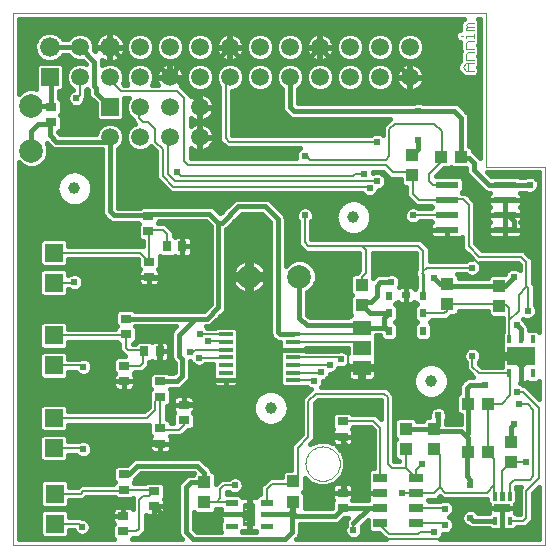
<source format=gtl>
G75*
%MOIN*%
%OFA0B0*%
%FSLAX24Y24*%
%IPPOS*%
%LPD*%
%AMOC8*
5,1,8,0,0,1.08239X$1,22.5*
%
%ADD10C,0.0000*%
%ADD11C,0.0030*%
%ADD12R,0.0591X0.0591*%
%ADD13C,0.0660*%
%ADD14C,0.0591*%
%ADD15R,0.0531X0.0256*%
%ADD16C,0.0028*%
%ADD17C,0.0035*%
%ADD18C,0.0079*%
%ADD19R,0.0236X0.0276*%
%ADD20R,0.0276X0.0236*%
%ADD21R,0.0780X0.0220*%
%ADD22R,0.0500X0.0315*%
%ADD23R,0.0160X0.0280*%
%ADD24R,0.0940X0.0590*%
%ADD25R,0.0492X0.0118*%
%ADD26R,0.0600X0.0600*%
%ADD27R,0.0394X0.0433*%
%ADD28R,0.0354X0.0276*%
%ADD29R,0.0591X0.0512*%
%ADD30R,0.0276X0.0354*%
%ADD31R,0.0433X0.0394*%
%ADD32C,0.0394*%
%ADD33C,0.0787*%
%ADD34C,0.0080*%
%ADD35C,0.0160*%
%ADD36C,0.0240*%
D10*
X005744Y004971D02*
X023460Y004971D01*
X023460Y017570D01*
X021492Y017570D01*
X021492Y022688D01*
X005744Y022688D01*
X005744Y004971D01*
X015484Y007674D02*
X015486Y007721D01*
X015492Y007768D01*
X015501Y007814D01*
X015515Y007859D01*
X015532Y007903D01*
X015553Y007946D01*
X015577Y007986D01*
X015604Y008025D01*
X015635Y008061D01*
X015668Y008094D01*
X015704Y008125D01*
X015743Y008152D01*
X015783Y008176D01*
X015826Y008197D01*
X015870Y008214D01*
X015915Y008228D01*
X015961Y008237D01*
X016008Y008243D01*
X016055Y008245D01*
X016102Y008243D01*
X016149Y008237D01*
X016195Y008228D01*
X016240Y008214D01*
X016284Y008197D01*
X016327Y008176D01*
X016367Y008152D01*
X016406Y008125D01*
X016442Y008094D01*
X016475Y008061D01*
X016506Y008025D01*
X016533Y007986D01*
X016557Y007946D01*
X016578Y007903D01*
X016595Y007859D01*
X016609Y007814D01*
X016618Y007768D01*
X016624Y007721D01*
X016626Y007674D01*
X016624Y007627D01*
X016618Y007580D01*
X016609Y007534D01*
X016595Y007489D01*
X016578Y007445D01*
X016557Y007402D01*
X016533Y007362D01*
X016506Y007323D01*
X016475Y007287D01*
X016442Y007254D01*
X016406Y007223D01*
X016367Y007196D01*
X016327Y007172D01*
X016284Y007151D01*
X016240Y007134D01*
X016195Y007120D01*
X016149Y007111D01*
X016102Y007105D01*
X016055Y007103D01*
X016008Y007105D01*
X015961Y007111D01*
X015915Y007120D01*
X015870Y007134D01*
X015826Y007151D01*
X015783Y007172D01*
X015743Y007196D01*
X015704Y007223D01*
X015668Y007254D01*
X015635Y007287D01*
X015604Y007323D01*
X015577Y007362D01*
X015553Y007402D01*
X015532Y007445D01*
X015515Y007489D01*
X015501Y007534D01*
X015492Y007580D01*
X015486Y007627D01*
X015484Y007674D01*
D11*
X020842Y020766D02*
X020718Y020890D01*
X020842Y021013D01*
X021089Y021013D01*
X021089Y021135D02*
X020842Y021135D01*
X020842Y021320D01*
X020904Y021382D01*
X021089Y021382D01*
X021089Y021503D02*
X020842Y021503D01*
X020842Y021688D01*
X020904Y021750D01*
X021089Y021750D01*
X021089Y021871D02*
X021089Y021995D01*
X021089Y021933D02*
X020842Y021933D01*
X020842Y021871D01*
X020718Y021933D02*
X020657Y021933D01*
X020842Y022117D02*
X020842Y022179D01*
X020904Y022240D01*
X020842Y022302D01*
X020904Y022364D01*
X021089Y022364D01*
X021089Y022240D02*
X020904Y022240D01*
X020842Y022117D02*
X021089Y022117D01*
X020904Y021013D02*
X020904Y020766D01*
X020842Y020766D02*
X021089Y020766D01*
D12*
X008960Y019558D03*
X006960Y020558D03*
D13*
X006960Y021558D03*
X008960Y021558D03*
D14*
X009960Y021558D03*
X010960Y021558D03*
X011960Y021558D03*
X012960Y021558D03*
X013960Y021558D03*
X014960Y021558D03*
X015960Y021558D03*
X016960Y021558D03*
X017960Y021558D03*
X018960Y021558D03*
X018960Y020558D03*
X017960Y020558D03*
X016960Y020558D03*
X015960Y020558D03*
X014960Y020558D03*
X013960Y020558D03*
X012960Y020558D03*
X011960Y020558D03*
X010960Y020558D03*
X009960Y020558D03*
X008960Y020558D03*
X007960Y020558D03*
X007960Y021558D03*
X009960Y019558D03*
X010960Y019558D03*
X011960Y019558D03*
X011960Y018558D03*
X010960Y018558D03*
X009960Y018558D03*
X008960Y018558D03*
D15*
X022036Y006188D03*
D16*
X022091Y005898D02*
X022091Y005650D01*
X021981Y005650D01*
X021981Y005898D01*
X022091Y005898D01*
X022091Y005677D02*
X021981Y005677D01*
X021981Y005704D02*
X022091Y005704D01*
X022091Y005731D02*
X021981Y005731D01*
X021981Y005758D02*
X022091Y005758D01*
X022091Y005785D02*
X021981Y005785D01*
X021981Y005812D02*
X022091Y005812D01*
X022091Y005839D02*
X021981Y005839D01*
X021981Y005866D02*
X022091Y005866D01*
X022091Y005893D02*
X021981Y005893D01*
X021835Y005898D02*
X021835Y005650D01*
X021725Y005650D01*
X021725Y005898D01*
X021835Y005898D01*
X021835Y005677D02*
X021725Y005677D01*
X021725Y005704D02*
X021835Y005704D01*
X021835Y005731D02*
X021725Y005731D01*
X021725Y005758D02*
X021835Y005758D01*
X021835Y005785D02*
X021725Y005785D01*
X021725Y005812D02*
X021835Y005812D01*
X021835Y005839D02*
X021725Y005839D01*
X021725Y005866D02*
X021835Y005866D01*
X021835Y005893D02*
X021725Y005893D01*
X022347Y005898D02*
X022347Y005650D01*
X022237Y005650D01*
X022237Y005898D01*
X022347Y005898D01*
X022347Y005677D02*
X022237Y005677D01*
X022237Y005704D02*
X022347Y005704D01*
X022347Y005731D02*
X022237Y005731D01*
X022237Y005758D02*
X022347Y005758D01*
X022347Y005785D02*
X022237Y005785D01*
X022237Y005812D02*
X022347Y005812D01*
X022347Y005839D02*
X022237Y005839D01*
X022237Y005866D02*
X022347Y005866D01*
X022347Y005893D02*
X022237Y005893D01*
X022347Y006477D02*
X022347Y006725D01*
X022347Y006477D02*
X022237Y006477D01*
X022237Y006725D01*
X022347Y006725D01*
X022347Y006504D02*
X022237Y006504D01*
X022237Y006531D02*
X022347Y006531D01*
X022347Y006558D02*
X022237Y006558D01*
X022237Y006585D02*
X022347Y006585D01*
X022347Y006612D02*
X022237Y006612D01*
X022237Y006639D02*
X022347Y006639D01*
X022347Y006666D02*
X022237Y006666D01*
X022237Y006693D02*
X022347Y006693D01*
X022347Y006720D02*
X022237Y006720D01*
X022091Y006725D02*
X022091Y006477D01*
X021981Y006477D01*
X021981Y006725D01*
X022091Y006725D01*
X022091Y006504D02*
X021981Y006504D01*
X021981Y006531D02*
X022091Y006531D01*
X022091Y006558D02*
X021981Y006558D01*
X021981Y006585D02*
X022091Y006585D01*
X022091Y006612D02*
X021981Y006612D01*
X021981Y006639D02*
X022091Y006639D01*
X022091Y006666D02*
X021981Y006666D01*
X021981Y006693D02*
X022091Y006693D01*
X022091Y006720D02*
X021981Y006720D01*
X021835Y006725D02*
X021835Y006477D01*
X021725Y006477D01*
X021725Y006725D01*
X021835Y006725D01*
X021835Y006504D02*
X021725Y006504D01*
X021725Y006531D02*
X021835Y006531D01*
X021835Y006558D02*
X021725Y006558D01*
X021725Y006585D02*
X021835Y006585D01*
X021835Y006612D02*
X021725Y006612D01*
X021725Y006639D02*
X021835Y006639D01*
X021835Y006666D02*
X021725Y006666D01*
X021725Y006693D02*
X021835Y006693D01*
X021835Y006720D02*
X021725Y006720D01*
D17*
X014375Y006308D02*
X014015Y006308D01*
X014015Y006450D01*
X014375Y006450D01*
X014375Y006308D01*
X014375Y006342D02*
X014015Y006342D01*
X014015Y006376D02*
X014375Y006376D01*
X014375Y006410D02*
X014015Y006410D01*
X014015Y006444D02*
X014375Y006444D01*
X014375Y005915D02*
X014015Y005915D01*
X014015Y006057D01*
X014375Y006057D01*
X014375Y005915D01*
X014375Y005949D02*
X014015Y005949D01*
X014015Y005983D02*
X014375Y005983D01*
X014375Y006017D02*
X014015Y006017D01*
X014015Y006051D02*
X014375Y006051D01*
X014375Y005521D02*
X014015Y005521D01*
X014015Y005663D01*
X014375Y005663D01*
X014375Y005521D01*
X014375Y005555D02*
X014015Y005555D01*
X014015Y005589D02*
X014375Y005589D01*
X014375Y005623D02*
X014015Y005623D01*
X014015Y005657D02*
X014375Y005657D01*
X013194Y005521D02*
X012834Y005521D01*
X012834Y005663D01*
X013194Y005663D01*
X013194Y005521D01*
X013194Y005555D02*
X012834Y005555D01*
X012834Y005589D02*
X013194Y005589D01*
X013194Y005623D02*
X012834Y005623D01*
X012834Y005657D02*
X013194Y005657D01*
X013194Y005915D02*
X012834Y005915D01*
X012834Y006057D01*
X013194Y006057D01*
X013194Y005915D01*
X013194Y005949D02*
X012834Y005949D01*
X012834Y005983D02*
X013194Y005983D01*
X013194Y006017D02*
X012834Y006017D01*
X012834Y006051D02*
X013194Y006051D01*
X013194Y006308D02*
X012834Y006308D01*
X012834Y006450D01*
X013194Y006450D01*
X013194Y006308D01*
X013194Y006342D02*
X012834Y006342D01*
X012834Y006376D02*
X013194Y006376D01*
X013194Y006410D02*
X012834Y006410D01*
X012834Y006444D02*
X013194Y006444D01*
D18*
X013446Y005632D02*
X013762Y005632D01*
X013446Y005632D02*
X013446Y006340D01*
X013762Y006340D01*
X013762Y005632D01*
X013762Y005710D02*
X013446Y005710D01*
X013446Y005788D02*
X013762Y005788D01*
X013762Y005866D02*
X013446Y005866D01*
X013446Y005944D02*
X013762Y005944D01*
X013762Y006022D02*
X013446Y006022D01*
X013446Y006100D02*
X013762Y006100D01*
X013762Y006178D02*
X013446Y006178D01*
X013446Y006256D02*
X013762Y006256D01*
X013762Y006334D02*
X013446Y006334D01*
D19*
X018262Y012092D03*
X018262Y012683D03*
X018262Y013273D03*
X019404Y013273D03*
X019404Y012683D03*
X019404Y012092D03*
D20*
X018833Y013293D03*
D21*
X020194Y015470D03*
X020194Y015970D03*
X020194Y016470D03*
X020194Y016970D03*
X022134Y016970D03*
X022134Y016470D03*
X022134Y015970D03*
X022134Y015470D03*
D22*
X019164Y007196D03*
X019164Y006696D03*
X019164Y006196D03*
X019164Y005696D03*
X017983Y005696D03*
X017983Y006196D03*
X017983Y006696D03*
X017983Y007196D03*
D23*
X022278Y010680D03*
X022668Y010680D03*
X023058Y010680D03*
X023058Y011820D03*
X022668Y011820D03*
X022278Y011820D03*
D24*
X022668Y011250D03*
D25*
X015066Y011221D03*
X015066Y011477D03*
X015066Y011733D03*
X015066Y011988D03*
X015066Y010965D03*
X015066Y010709D03*
X015066Y010453D03*
X012822Y010453D03*
X012822Y010709D03*
X012822Y010965D03*
X012822Y011221D03*
X012822Y011477D03*
X012822Y011733D03*
X012822Y011988D03*
D26*
X007097Y011951D03*
X007097Y010951D03*
X007097Y009195D03*
X007097Y008195D03*
X007120Y006676D03*
X007120Y005676D03*
X007097Y013707D03*
X007097Y014707D03*
D27*
X017360Y013634D03*
X017360Y012964D03*
X020209Y012989D03*
X020209Y013659D03*
X021950Y013609D03*
X021950Y012940D03*
X019774Y008829D03*
X018824Y008823D03*
X018824Y008154D03*
X019774Y008159D03*
X022343Y008406D03*
X022343Y007737D03*
X015081Y007078D03*
X015081Y006409D03*
X012116Y006378D03*
X012116Y007048D03*
X019042Y017288D03*
X019042Y017957D03*
D28*
X010247Y015931D03*
X010247Y015419D03*
X010271Y014411D03*
X010271Y013899D03*
X009498Y012506D03*
X009498Y011994D03*
X009438Y010935D03*
X009438Y010423D03*
X010641Y010419D03*
X010641Y009908D03*
X011428Y009632D03*
X011428Y009120D03*
X010641Y008845D03*
X010641Y008333D03*
X009438Y007319D03*
X009438Y006807D03*
X010447Y006759D03*
X010447Y006247D03*
X009400Y005923D03*
X009400Y005412D03*
X016719Y006195D03*
X016719Y006707D03*
X016721Y008576D03*
X016721Y009088D03*
X007004Y019056D03*
X007004Y019567D03*
D29*
X017363Y012207D03*
X017363Y011538D03*
X017363Y010868D03*
D30*
X011383Y014916D03*
X010871Y014916D03*
X010624Y011416D03*
X010113Y011416D03*
D31*
X019998Y017891D03*
X020667Y017891D03*
X020912Y009675D03*
X021581Y009675D03*
X021575Y008048D03*
X020905Y008048D03*
D32*
X019664Y010431D03*
X014324Y009531D03*
X017084Y015891D03*
X007784Y016851D03*
D33*
X006344Y018111D03*
X006344Y019611D03*
X013604Y013911D03*
X015284Y013911D03*
D34*
X015584Y014931D02*
X015464Y015051D01*
X015464Y015951D01*
X015584Y014931D02*
X017384Y014931D01*
X017504Y014811D01*
X017504Y014031D01*
X017360Y013888D01*
X017360Y013634D01*
X017384Y014931D02*
X019244Y014931D01*
X019404Y014772D01*
X019404Y014091D01*
X019524Y014211D01*
X021044Y014211D01*
X021344Y014271D02*
X022004Y014271D01*
X021344Y014271D02*
X020924Y014691D01*
X020324Y014691D01*
X020924Y014931D02*
X021284Y014571D01*
X022664Y014571D01*
X022844Y014391D01*
X022844Y013611D01*
X022904Y013551D01*
X022904Y012771D01*
X022604Y012771D02*
X022604Y013311D01*
X022844Y013551D01*
X022844Y013611D01*
X022184Y012951D02*
X021962Y012951D01*
X021950Y012940D01*
X021901Y012989D01*
X020209Y012989D01*
X020204Y012984D01*
X020204Y012771D01*
X020115Y012683D01*
X019404Y012683D01*
X019404Y013273D02*
X019404Y014091D01*
X019364Y014031D02*
X019424Y013971D01*
X019424Y013294D01*
X019404Y013273D01*
X017363Y012207D02*
X017145Y011988D01*
X015066Y011988D01*
X015066Y011733D02*
X017168Y011733D01*
X017363Y011538D01*
X016904Y011391D02*
X016904Y010971D01*
X017024Y010851D01*
X017346Y010851D01*
X017363Y010868D01*
X016664Y011151D02*
X016594Y011221D01*
X015066Y011221D01*
X015066Y011477D02*
X016819Y011477D01*
X016904Y011391D01*
X016304Y010971D02*
X016297Y010965D01*
X015066Y010965D01*
X015066Y010709D02*
X015981Y010709D01*
X016004Y010731D01*
X015742Y010453D02*
X015764Y010431D01*
X015742Y010453D02*
X015066Y010453D01*
X015584Y009771D02*
X015824Y010011D01*
X018104Y010011D01*
X018224Y009891D01*
X018224Y007671D01*
X018359Y007536D01*
X018824Y007536D01*
X019164Y007196D01*
X019164Y007472D01*
X019364Y007671D01*
X018824Y007536D02*
X018824Y008154D01*
X019774Y008159D02*
X019964Y007969D01*
X019964Y007971D01*
X019776Y008159D01*
X019774Y008159D01*
X019964Y007969D02*
X019964Y006891D01*
X020144Y006711D01*
X021540Y006711D01*
X021780Y006951D01*
X021780Y007843D01*
X021575Y008048D01*
X021581Y008055D01*
X021581Y009675D01*
X022027Y009675D01*
X022304Y009951D01*
X022304Y010654D01*
X022278Y010680D01*
X021275Y010680D01*
X021044Y010911D01*
X021044Y011271D01*
X022278Y011820D02*
X022278Y012446D01*
X022604Y012771D01*
X022278Y012857D02*
X022184Y012951D01*
X022278Y012857D02*
X022278Y011820D01*
X022544Y010071D02*
X022724Y010071D01*
X023264Y009531D01*
X023264Y007191D01*
X022844Y006771D01*
X022844Y005871D01*
X022747Y005774D01*
X022292Y005774D01*
X022292Y006601D02*
X022292Y006999D01*
X022424Y007131D01*
X022964Y007131D01*
X023084Y007251D01*
X023084Y009471D01*
X022904Y009651D01*
X022604Y009651D01*
X022838Y007737D02*
X022343Y007737D01*
X022036Y007430D01*
X022036Y006601D01*
X021780Y006601D02*
X021780Y006951D01*
X022838Y007737D02*
X022844Y007731D01*
X020144Y006171D02*
X020119Y006196D01*
X019164Y006196D01*
X019164Y005696D02*
X020079Y005696D01*
X020144Y005631D01*
X019784Y005391D02*
X019304Y005391D01*
X019244Y005331D01*
X018284Y005331D01*
X017983Y005632D01*
X017983Y005696D01*
X017084Y005691D02*
X017084Y005451D01*
X016844Y005271D02*
X016964Y005151D01*
X020324Y005151D01*
X019769Y006696D02*
X019164Y006696D01*
X018719Y006696D01*
X018704Y006711D01*
X017983Y007196D02*
X017983Y008872D01*
X017744Y009111D01*
X016745Y009111D01*
X016721Y009088D01*
X015584Y008571D02*
X015224Y008211D01*
X015224Y007221D01*
X015081Y007078D01*
X015014Y007011D01*
X014384Y007011D01*
X014195Y006823D01*
X014195Y006379D01*
X013014Y006379D02*
X012496Y006379D01*
X012464Y006411D01*
X012149Y006411D01*
X012116Y006378D01*
X012464Y006411D02*
X012524Y006411D01*
X012644Y006531D01*
X012644Y006831D01*
X012764Y006951D01*
X013124Y006951D01*
X010447Y006759D02*
X010279Y006591D01*
X010064Y006591D01*
X009944Y006471D01*
X009944Y005511D01*
X009844Y005412D01*
X009400Y005412D01*
X008024Y005571D02*
X007919Y005676D01*
X007120Y005676D01*
X007120Y006676D02*
X007988Y006676D01*
X008084Y006771D01*
X009402Y006771D01*
X009438Y006807D01*
X010398Y006807D01*
X010447Y006759D01*
X008084Y008151D02*
X008040Y008195D01*
X007097Y008195D01*
X007097Y009195D02*
X010207Y009195D01*
X010484Y009471D01*
X010484Y009751D01*
X010641Y009908D01*
X010641Y008845D01*
X010674Y008811D01*
X011264Y008811D01*
X011428Y008976D01*
X011428Y009120D01*
X009967Y010935D02*
X009438Y010935D01*
X009967Y010935D02*
X010064Y011031D01*
X010064Y011367D01*
X010113Y011416D01*
X010077Y011451D01*
X009584Y011451D01*
X009498Y011537D01*
X009498Y011994D01*
X009455Y011951D01*
X007097Y011951D01*
X007097Y010951D02*
X008044Y010951D01*
X008084Y010911D01*
X011624Y011391D02*
X011744Y011391D01*
X011804Y011451D01*
X011864Y011451D01*
X011889Y011477D01*
X012822Y011477D01*
X012822Y011733D02*
X012803Y011751D01*
X012224Y011751D01*
X012164Y011991D02*
X011984Y011991D01*
X011987Y011988D01*
X012822Y011988D01*
X012822Y011221D02*
X012813Y011211D01*
X011924Y011211D01*
X015584Y009771D02*
X015584Y008571D01*
X016064Y006711D02*
X016714Y006711D01*
X016719Y006707D01*
X016064Y006711D02*
X015944Y006591D01*
X015944Y006411D01*
X015884Y005271D02*
X016844Y005271D01*
X019769Y006696D02*
X019964Y006891D01*
X007784Y013731D02*
X007759Y013707D01*
X007097Y013707D01*
X007097Y014707D02*
X009975Y014707D01*
X010271Y014411D01*
X010271Y015396D01*
X010247Y015419D01*
X010299Y015471D01*
X010724Y015471D01*
X010871Y015324D01*
X010871Y014916D01*
X011084Y016911D02*
X010724Y017271D01*
X010724Y018171D01*
X010484Y018411D01*
X010484Y018831D01*
X010244Y019071D01*
X010064Y019071D01*
X009944Y019191D01*
X009944Y019542D01*
X009960Y019558D01*
X009344Y020091D02*
X011204Y020091D01*
X011444Y019851D01*
X011444Y017751D01*
X011564Y017631D01*
X018164Y017631D01*
X018404Y017391D01*
X018939Y017391D01*
X019042Y017288D01*
X019064Y017266D01*
X019064Y016671D01*
X019265Y016470D01*
X020194Y016470D01*
X020216Y016491D01*
X020744Y016491D01*
X020924Y016311D01*
X020924Y014931D01*
X020194Y015970D02*
X019082Y015970D01*
X019064Y015951D01*
X019724Y016971D02*
X020193Y016971D01*
X020194Y016970D01*
X019724Y016971D02*
X019604Y017091D01*
X019604Y017331D01*
X019998Y017726D01*
X019998Y017891D01*
X020024Y017917D01*
X020024Y018771D01*
X019784Y019011D01*
X018464Y019011D01*
X018284Y018831D01*
X018284Y017931D01*
X018164Y017811D01*
X015644Y017811D01*
X015524Y017931D01*
X015464Y017931D01*
X017084Y017271D02*
X011324Y017271D01*
X011204Y017391D01*
X011144Y017091D02*
X010904Y017331D01*
X010904Y018502D01*
X010960Y018558D01*
X011144Y017091D02*
X017864Y017091D01*
X017624Y016851D02*
X017564Y016851D01*
X017504Y016911D01*
X011084Y016911D01*
X012824Y018531D02*
X012824Y020422D01*
X012960Y020558D01*
X012824Y018531D02*
X012944Y018411D01*
X017864Y018411D01*
X017444Y017331D02*
X017144Y017331D01*
X017084Y017271D01*
X009344Y020091D02*
X008960Y020475D01*
X008960Y020558D01*
X007960Y020558D02*
X007960Y019968D01*
X007844Y019851D01*
D35*
X008144Y019840D02*
X008180Y019877D01*
X008180Y020135D01*
X008213Y020148D01*
X008223Y020124D01*
X008244Y020104D01*
X008244Y019980D01*
X008283Y019884D01*
X008485Y019683D01*
X008485Y019188D01*
X008590Y019083D01*
X009330Y019083D01*
X009436Y019188D01*
X009436Y019871D01*
X009601Y019871D01*
X009557Y019827D01*
X009485Y019653D01*
X009485Y019464D01*
X009557Y019289D01*
X009691Y019155D01*
X009724Y019142D01*
X009724Y019100D01*
X009813Y019011D01*
X009691Y018961D01*
X009557Y018827D01*
X009485Y018653D01*
X009485Y018464D01*
X009557Y018289D01*
X009691Y018155D01*
X009866Y018083D01*
X010055Y018083D01*
X010229Y018155D01*
X010329Y018255D01*
X010393Y018191D01*
X010504Y018080D01*
X010504Y017180D01*
X010633Y017051D01*
X010993Y016691D01*
X017365Y016691D01*
X017369Y016682D01*
X017454Y016597D01*
X017564Y016551D01*
X017683Y016551D01*
X017794Y016597D01*
X017878Y016682D01*
X017924Y016792D01*
X018034Y016837D01*
X018118Y016922D01*
X018164Y017032D01*
X018164Y017151D01*
X018118Y017261D01*
X018034Y017346D01*
X017923Y017391D01*
X017804Y017391D01*
X017744Y017366D01*
X017744Y017391D01*
X017735Y017411D01*
X018073Y017411D01*
X018184Y017300D01*
X018313Y017171D01*
X018665Y017171D01*
X018665Y016997D01*
X018771Y016891D01*
X018844Y016891D01*
X018844Y016580D01*
X018973Y016451D01*
X019174Y016250D01*
X019660Y016250D01*
X019690Y016220D01*
X019660Y016190D01*
X019249Y016190D01*
X019234Y016206D01*
X019123Y016251D01*
X019004Y016251D01*
X018894Y016206D01*
X018809Y016121D01*
X018764Y016011D01*
X018764Y015892D01*
X018809Y015782D01*
X018894Y015697D01*
X019004Y015651D01*
X019123Y015651D01*
X019234Y015697D01*
X019287Y015750D01*
X019660Y015750D01*
X019690Y015720D01*
X019660Y015691D01*
X019637Y015650D01*
X019624Y015604D01*
X019624Y015470D01*
X019624Y015336D01*
X019637Y015291D01*
X019660Y015250D01*
X019694Y015216D01*
X019735Y015192D01*
X019781Y015180D01*
X020194Y015180D01*
X020194Y015470D01*
X019624Y015470D01*
X020194Y015470D01*
X020194Y015470D01*
X020194Y015470D01*
X020194Y014821D01*
X020324Y014691D01*
X020704Y014840D02*
X020833Y014711D01*
X021033Y014511D01*
X020984Y014511D01*
X020874Y014466D01*
X020839Y014431D01*
X019624Y014431D01*
X019624Y014863D01*
X019464Y015023D01*
X019335Y015151D01*
X015684Y015151D01*
X015684Y015747D01*
X015718Y015782D01*
X015764Y015892D01*
X015764Y016011D01*
X015718Y016121D01*
X015634Y016206D01*
X015523Y016251D01*
X015404Y016251D01*
X015294Y016206D01*
X015209Y016121D01*
X015164Y016011D01*
X015164Y015892D01*
X015209Y015782D01*
X015244Y015747D01*
X015244Y014960D01*
X015493Y014711D01*
X017284Y014711D01*
X017284Y014123D01*
X017191Y014030D01*
X017089Y014030D01*
X016983Y013925D01*
X016983Y013343D01*
X017027Y013299D01*
X016983Y013255D01*
X016983Y012673D01*
X017014Y012643D01*
X016993Y012643D01*
X016902Y012551D01*
X015631Y012551D01*
X015544Y012639D01*
X015544Y013398D01*
X015609Y013425D01*
X015770Y013586D01*
X015857Y013797D01*
X015857Y014026D01*
X015770Y014236D01*
X015609Y014398D01*
X015398Y014485D01*
X015170Y014485D01*
X014959Y014398D01*
X014824Y014263D01*
X014824Y015883D01*
X014784Y015979D01*
X014364Y016399D01*
X014291Y016472D01*
X014195Y016511D01*
X013192Y016511D01*
X013096Y016472D01*
X012644Y016019D01*
X012504Y016159D01*
X012431Y016232D01*
X012335Y016271D01*
X010276Y016271D01*
X010221Y016249D01*
X009995Y016249D01*
X009958Y016211D01*
X009220Y016211D01*
X009220Y018151D01*
X009229Y018155D01*
X009363Y018289D01*
X009436Y018464D01*
X009436Y018653D01*
X009363Y018827D01*
X009229Y018961D01*
X009055Y019033D01*
X008866Y019033D01*
X008691Y018961D01*
X008557Y018827D01*
X008493Y018671D01*
X007291Y018671D01*
X007225Y018738D01*
X007255Y018738D01*
X007361Y018843D01*
X007361Y019268D01*
X007317Y019311D01*
X007361Y019355D01*
X007361Y019780D01*
X007264Y019877D01*
X007264Y020083D01*
X007330Y020083D01*
X007436Y020188D01*
X007436Y020928D01*
X007330Y021033D01*
X006590Y021033D01*
X006485Y020928D01*
X006485Y020188D01*
X006509Y020164D01*
X006458Y020185D01*
X006230Y020185D01*
X006019Y020098D01*
X005924Y020003D01*
X005924Y022508D01*
X020772Y022508D01*
X020709Y022445D01*
X020647Y022383D01*
X020647Y022383D01*
X020647Y022383D01*
X020647Y022303D01*
X020647Y022128D01*
X020576Y022128D01*
X020462Y022014D01*
X020462Y021852D01*
X020576Y021738D01*
X020647Y021738D01*
X020647Y021422D01*
X020658Y021412D01*
X020647Y021401D01*
X020647Y021094D01*
X020523Y020971D01*
X020523Y020809D01*
X020638Y020695D01*
X020761Y020571D01*
X021169Y020571D01*
X021284Y020686D01*
X021284Y020847D01*
X021241Y020890D01*
X021284Y020933D01*
X021284Y021216D01*
X021241Y021258D01*
X021284Y021301D01*
X021284Y021584D01*
X021241Y021627D01*
X021284Y021669D01*
X021284Y022445D01*
X021220Y022508D01*
X021312Y022508D01*
X021312Y017851D01*
X021144Y018019D01*
X021071Y018092D01*
X021064Y018095D01*
X021064Y018163D01*
X020959Y018268D01*
X020927Y018268D01*
X020927Y019259D01*
X020888Y019355D01*
X020664Y019579D01*
X020591Y019652D01*
X020495Y019691D01*
X019400Y019691D01*
X019303Y019731D01*
X019184Y019731D01*
X019087Y019691D01*
X015220Y019691D01*
X015220Y020151D01*
X015229Y020155D01*
X015363Y020289D01*
X015436Y020464D01*
X015436Y020653D01*
X015363Y020827D01*
X015229Y020961D01*
X015055Y021033D01*
X014866Y021033D01*
X014691Y020961D01*
X014557Y020827D01*
X014485Y020653D01*
X014485Y020464D01*
X014557Y020289D01*
X014691Y020155D01*
X014700Y020151D01*
X014700Y019523D01*
X014740Y019428D01*
X014883Y019284D01*
X014956Y019211D01*
X015052Y019171D01*
X018313Y019171D01*
X018244Y019103D01*
X018064Y018923D01*
X018064Y018636D01*
X018034Y018666D01*
X017923Y018711D01*
X017804Y018711D01*
X017694Y018666D01*
X017659Y018631D01*
X013044Y018631D01*
X013044Y020083D01*
X013055Y020083D01*
X013229Y020155D01*
X013363Y020289D01*
X013436Y020464D01*
X013436Y020653D01*
X013363Y020827D01*
X013229Y020961D01*
X013055Y021033D01*
X012866Y021033D01*
X012691Y020961D01*
X012557Y020827D01*
X012485Y020653D01*
X012485Y020464D01*
X012557Y020289D01*
X012604Y020242D01*
X012604Y018440D01*
X012733Y018311D01*
X012853Y018191D01*
X015307Y018191D01*
X015294Y018186D01*
X015209Y018101D01*
X015164Y017991D01*
X015164Y017872D01*
X015172Y017851D01*
X011664Y017851D01*
X011664Y018186D01*
X011711Y018152D01*
X011778Y018118D01*
X011849Y018094D01*
X011923Y018083D01*
X011942Y018083D01*
X011942Y018540D01*
X011979Y018540D01*
X011979Y018576D01*
X012436Y018576D01*
X012436Y018595D01*
X012424Y018669D01*
X012401Y018741D01*
X012367Y018807D01*
X012323Y018868D01*
X012270Y018921D01*
X012209Y018965D01*
X012143Y018999D01*
X012072Y019022D01*
X011998Y019033D01*
X011979Y019033D01*
X011979Y018577D01*
X011942Y018577D01*
X011942Y019033D01*
X011923Y019033D01*
X011849Y019022D01*
X011778Y018999D01*
X011711Y018965D01*
X011664Y018930D01*
X011664Y019186D01*
X011711Y019152D01*
X011778Y019118D01*
X011849Y019094D01*
X011923Y019083D01*
X011942Y019083D01*
X011942Y019540D01*
X011979Y019540D01*
X011979Y019576D01*
X012436Y019576D01*
X012436Y019595D01*
X012424Y019669D01*
X012401Y019741D01*
X012367Y019807D01*
X012323Y019868D01*
X012270Y019921D01*
X012209Y019965D01*
X012143Y019999D01*
X012072Y020022D01*
X011998Y020033D01*
X011979Y020033D01*
X011979Y019577D01*
X011942Y019577D01*
X011942Y020033D01*
X011923Y020033D01*
X011849Y020022D01*
X011778Y019999D01*
X011711Y019965D01*
X011664Y019930D01*
X011664Y019943D01*
X011535Y020071D01*
X011338Y020269D01*
X011367Y020309D01*
X011401Y020376D01*
X011424Y020447D01*
X011436Y020521D01*
X011436Y020540D01*
X010979Y020540D01*
X010979Y020576D01*
X011436Y020576D01*
X011436Y020595D01*
X011424Y020669D01*
X011401Y020741D01*
X011367Y020807D01*
X011323Y020868D01*
X011270Y020921D01*
X011209Y020965D01*
X011143Y020999D01*
X011072Y021022D01*
X010998Y021033D01*
X010979Y021033D01*
X010979Y020577D01*
X010942Y020577D01*
X010942Y021033D01*
X010923Y021033D01*
X010849Y021022D01*
X010778Y020999D01*
X010711Y020965D01*
X010651Y020921D01*
X010598Y020868D01*
X010554Y020807D01*
X010520Y020741D01*
X010497Y020669D01*
X010485Y020595D01*
X010485Y020576D01*
X010942Y020576D01*
X010942Y020540D01*
X010485Y020540D01*
X010485Y020521D01*
X010497Y020447D01*
X010520Y020376D01*
X010552Y020311D01*
X010373Y020311D01*
X010436Y020464D01*
X010436Y020653D01*
X010363Y020827D01*
X010229Y020961D01*
X010055Y021033D01*
X009866Y021033D01*
X009691Y020961D01*
X009557Y020827D01*
X009485Y020653D01*
X009485Y020464D01*
X009548Y020311D01*
X009435Y020311D01*
X009391Y020356D01*
X009436Y020464D01*
X009436Y020653D01*
X009363Y020827D01*
X009229Y020961D01*
X009055Y021033D01*
X008866Y021033D01*
X008704Y020966D01*
X008704Y021116D01*
X008764Y021085D01*
X008841Y021061D01*
X008920Y021048D01*
X008942Y021048D01*
X008942Y021540D01*
X008450Y021540D01*
X008450Y021518D01*
X008463Y021439D01*
X008470Y021416D01*
X008432Y021454D01*
X008436Y021464D01*
X008436Y021653D01*
X008363Y021827D01*
X008229Y021961D01*
X008055Y022033D01*
X007866Y022033D01*
X007691Y021961D01*
X007557Y021827D01*
X007553Y021818D01*
X007405Y021818D01*
X007393Y021847D01*
X007249Y021990D01*
X007062Y022068D01*
X006859Y022068D01*
X006671Y021990D01*
X006528Y021847D01*
X006450Y021660D01*
X006450Y021457D01*
X006528Y021269D01*
X006671Y021126D01*
X006859Y021048D01*
X007062Y021048D01*
X007249Y021126D01*
X007393Y021269D01*
X007405Y021298D01*
X007553Y021298D01*
X007557Y021289D01*
X007691Y021155D01*
X007866Y021083D01*
X008055Y021083D01*
X008064Y021087D01*
X008161Y020989D01*
X008055Y021033D01*
X007866Y021033D01*
X007691Y020961D01*
X007557Y020827D01*
X007485Y020653D01*
X007485Y020464D01*
X007557Y020289D01*
X007691Y020155D01*
X007740Y020135D01*
X007740Y020133D01*
X007674Y020106D01*
X007589Y020021D01*
X007544Y019911D01*
X007544Y019792D01*
X007589Y019682D01*
X007674Y019597D01*
X007784Y019551D01*
X007903Y019551D01*
X008014Y019597D01*
X008098Y019682D01*
X008144Y019792D01*
X008144Y019840D01*
X008174Y019870D02*
X008297Y019870D01*
X008244Y020029D02*
X008180Y020029D01*
X008504Y020031D02*
X008504Y020211D01*
X008444Y020271D01*
X008444Y021075D01*
X007960Y021558D01*
X006960Y021558D01*
X006612Y021931D02*
X005924Y021931D01*
X005924Y022089D02*
X020537Y022089D01*
X020462Y021931D02*
X019259Y021931D01*
X019229Y021961D02*
X019055Y022033D01*
X018866Y022033D01*
X018691Y021961D01*
X018557Y021827D01*
X018485Y021653D01*
X018485Y021464D01*
X018557Y021289D01*
X018691Y021155D01*
X018866Y021083D01*
X019055Y021083D01*
X019229Y021155D01*
X019363Y021289D01*
X019436Y021464D01*
X019436Y021653D01*
X019363Y021827D01*
X019229Y021961D01*
X019386Y021772D02*
X020542Y021772D01*
X020647Y021614D02*
X019436Y021614D01*
X019432Y021455D02*
X020647Y021455D01*
X020647Y021297D02*
X019367Y021297D01*
X019189Y021138D02*
X020647Y021138D01*
X020533Y020980D02*
X019179Y020980D01*
X019209Y020965D02*
X019143Y020999D01*
X019072Y021022D01*
X018998Y021033D01*
X018979Y021033D01*
X018979Y020577D01*
X018942Y020577D01*
X018942Y021033D01*
X018923Y021033D01*
X018849Y021022D01*
X018778Y020999D01*
X018711Y020965D01*
X018651Y020921D01*
X018598Y020868D01*
X018554Y020807D01*
X018520Y020741D01*
X018497Y020669D01*
X018485Y020595D01*
X018485Y020576D01*
X018942Y020576D01*
X018942Y020540D01*
X018485Y020540D01*
X018485Y020521D01*
X018497Y020447D01*
X018520Y020376D01*
X018554Y020309D01*
X018598Y020248D01*
X018651Y020196D01*
X018711Y020152D01*
X018778Y020118D01*
X018849Y020094D01*
X018923Y020083D01*
X018942Y020083D01*
X018942Y020540D01*
X018979Y020540D01*
X018979Y020576D01*
X019436Y020576D01*
X019436Y020595D01*
X019424Y020669D01*
X019401Y020741D01*
X019367Y020807D01*
X019323Y020868D01*
X019270Y020921D01*
X019209Y020965D01*
X019356Y020821D02*
X020523Y020821D01*
X020670Y020663D02*
X019425Y020663D01*
X019436Y020540D02*
X018979Y020540D01*
X018979Y020083D01*
X018998Y020083D01*
X019072Y020094D01*
X019143Y020118D01*
X019209Y020152D01*
X019270Y020196D01*
X019323Y020248D01*
X019367Y020309D01*
X019401Y020376D01*
X019424Y020447D01*
X019436Y020521D01*
X019436Y020540D01*
X019433Y020504D02*
X021312Y020504D01*
X021312Y020346D02*
X019386Y020346D01*
X019259Y020187D02*
X021312Y020187D01*
X021312Y020029D02*
X015220Y020029D01*
X015220Y019870D02*
X021312Y019870D01*
X021312Y019712D02*
X019350Y019712D01*
X019137Y019712D02*
X015220Y019712D01*
X014960Y019575D02*
X015104Y019431D01*
X019244Y019431D01*
X020444Y019431D01*
X020667Y019208D01*
X020667Y017891D01*
X020687Y017871D01*
X020924Y017871D01*
X021104Y017691D01*
X021104Y017451D01*
X021585Y016970D01*
X022134Y016970D01*
X022136Y016971D01*
X022964Y016971D01*
X023242Y016859D02*
X023280Y016859D01*
X023264Y016912D02*
X023264Y017031D01*
X023218Y017141D01*
X023134Y017226D01*
X023023Y017271D01*
X022904Y017271D01*
X022807Y017231D01*
X022628Y017231D01*
X022599Y017260D01*
X021670Y017260D01*
X021666Y017257D01*
X021533Y017390D01*
X023280Y017390D01*
X023280Y012072D01*
X023213Y012140D01*
X022928Y012140D01*
X022928Y012219D01*
X022888Y012314D01*
X022838Y012365D01*
X022798Y012461D01*
X022748Y012511D01*
X022844Y012471D01*
X022963Y012471D01*
X023074Y012517D01*
X023158Y012602D01*
X023204Y012712D01*
X023204Y012831D01*
X023158Y012941D01*
X023124Y012976D01*
X023124Y013643D01*
X023064Y013703D01*
X023064Y014483D01*
X022884Y014663D01*
X022755Y014791D01*
X021375Y014791D01*
X021144Y015023D01*
X021144Y016403D01*
X020964Y016583D01*
X020835Y016711D01*
X020708Y016711D01*
X020699Y016720D01*
X020764Y016786D01*
X020764Y017155D01*
X020659Y017260D01*
X019843Y017260D01*
X020098Y017514D01*
X020289Y017514D01*
X020333Y017558D01*
X020376Y017514D01*
X020844Y017514D01*
X020844Y017400D01*
X020883Y017304D01*
X020956Y017231D01*
X021438Y016750D01*
X021533Y016710D01*
X021620Y016710D01*
X021600Y016691D01*
X021577Y016650D01*
X021564Y016604D01*
X021564Y016470D01*
X021564Y016336D01*
X021577Y016291D01*
X021600Y016250D01*
X021630Y016220D01*
X021600Y016191D01*
X021577Y016150D01*
X021564Y016104D01*
X021564Y015970D01*
X021564Y015836D01*
X021577Y015791D01*
X021600Y015750D01*
X021630Y015720D01*
X021600Y015691D01*
X021577Y015650D01*
X021564Y015604D01*
X021564Y015470D01*
X021564Y015336D01*
X021577Y015291D01*
X021600Y015250D01*
X021634Y015216D01*
X021675Y015192D01*
X021721Y015180D01*
X022134Y015180D01*
X022134Y015470D01*
X021564Y015470D01*
X022134Y015470D01*
X022134Y015470D01*
X022134Y015470D01*
X022134Y015970D01*
X021564Y015970D01*
X022134Y015970D01*
X022134Y015970D01*
X022134Y015970D01*
X022134Y016470D01*
X021564Y016470D01*
X022134Y016470D01*
X022134Y016470D01*
X022134Y016470D01*
X022134Y015970D01*
X022134Y015970D01*
X022225Y015970D01*
X022424Y015771D01*
X022424Y015531D01*
X022364Y015471D01*
X022136Y015471D01*
X022134Y015470D01*
X022134Y015470D01*
X022133Y015471D01*
X021464Y015471D01*
X021344Y015591D01*
X021344Y016191D01*
X021144Y016225D02*
X021625Y016225D01*
X021564Y016383D02*
X021144Y016383D01*
X021004Y016542D02*
X021564Y016542D01*
X021610Y016700D02*
X020846Y016700D01*
X020764Y016859D02*
X021328Y016859D01*
X021170Y017017D02*
X020764Y017017D01*
X020743Y017176D02*
X021011Y017176D01*
X020871Y017334D02*
X019918Y017334D01*
X020076Y017493D02*
X020844Y017493D01*
X021194Y017968D02*
X021312Y017968D01*
X021312Y018127D02*
X021064Y018127D01*
X020927Y018285D02*
X021312Y018285D01*
X021312Y018444D02*
X020927Y018444D01*
X020927Y018602D02*
X021312Y018602D01*
X021312Y018761D02*
X020927Y018761D01*
X020927Y018919D02*
X021312Y018919D01*
X021312Y019078D02*
X020927Y019078D01*
X020927Y019236D02*
X021312Y019236D01*
X021312Y019395D02*
X020848Y019395D01*
X020689Y019553D02*
X021312Y019553D01*
X021312Y020663D02*
X021261Y020663D01*
X021284Y020821D02*
X021312Y020821D01*
X021312Y020980D02*
X021284Y020980D01*
X021284Y021138D02*
X021312Y021138D01*
X021312Y021297D02*
X021280Y021297D01*
X021284Y021455D02*
X021312Y021455D01*
X021312Y021614D02*
X021254Y021614D01*
X021284Y021772D02*
X021312Y021772D01*
X021312Y021931D02*
X021284Y021931D01*
X021284Y022089D02*
X021312Y022089D01*
X021312Y022248D02*
X021284Y022248D01*
X021284Y022406D02*
X021312Y022406D01*
X020670Y022406D02*
X005924Y022406D01*
X005924Y022248D02*
X020647Y022248D01*
X018661Y021931D02*
X018259Y021931D01*
X018229Y021961D02*
X018055Y022033D01*
X017866Y022033D01*
X017691Y021961D01*
X017557Y021827D01*
X017485Y021653D01*
X017485Y021464D01*
X017557Y021289D01*
X017691Y021155D01*
X017866Y021083D01*
X018055Y021083D01*
X018229Y021155D01*
X018363Y021289D01*
X018436Y021464D01*
X018436Y021653D01*
X018363Y021827D01*
X018229Y021961D01*
X018386Y021772D02*
X018535Y021772D01*
X018485Y021614D02*
X018436Y021614D01*
X018432Y021455D02*
X018488Y021455D01*
X018554Y021297D02*
X018367Y021297D01*
X018189Y021138D02*
X018731Y021138D01*
X018741Y020980D02*
X018184Y020980D01*
X018229Y020961D02*
X018055Y021033D01*
X017866Y021033D01*
X017691Y020961D01*
X017557Y020827D01*
X017485Y020653D01*
X017485Y020464D01*
X017557Y020289D01*
X017691Y020155D01*
X017866Y020083D01*
X018055Y020083D01*
X018229Y020155D01*
X018363Y020289D01*
X018436Y020464D01*
X018436Y020653D01*
X018363Y020827D01*
X018229Y020961D01*
X018366Y020821D02*
X018564Y020821D01*
X018496Y020663D02*
X018431Y020663D01*
X018436Y020504D02*
X018488Y020504D01*
X018535Y020346D02*
X018387Y020346D01*
X018262Y020187D02*
X018662Y020187D01*
X018942Y020187D02*
X018979Y020187D01*
X018979Y020346D02*
X018942Y020346D01*
X018942Y020504D02*
X018979Y020504D01*
X018960Y020558D02*
X018467Y021051D01*
X016424Y021051D01*
X015960Y021515D01*
X015960Y021558D01*
X015454Y021051D01*
X013424Y021051D01*
X012960Y021515D01*
X012960Y021558D01*
X012454Y021051D01*
X011384Y021051D01*
X010960Y020628D01*
X010960Y020558D01*
X010467Y021051D01*
X009464Y021051D01*
X008960Y021555D01*
X008960Y021558D01*
X008942Y021540D02*
X008979Y021540D01*
X008979Y021576D01*
X009470Y021576D01*
X009470Y021598D01*
X009458Y021677D01*
X009433Y021754D01*
X009396Y021825D01*
X009349Y021890D01*
X009292Y021947D01*
X009228Y021994D01*
X009156Y022031D01*
X009080Y022056D01*
X009000Y022068D01*
X008979Y022068D01*
X008979Y021577D01*
X008942Y021577D01*
X008942Y022068D01*
X008920Y022068D01*
X008841Y022056D01*
X008764Y022031D01*
X008693Y021994D01*
X008628Y021947D01*
X008571Y021890D01*
X008524Y021825D01*
X008488Y021754D01*
X008463Y021677D01*
X008450Y021598D01*
X008450Y021576D01*
X008942Y021576D01*
X008942Y021540D01*
X008979Y021540D02*
X008979Y021048D01*
X009000Y021048D01*
X009080Y021061D01*
X009156Y021085D01*
X009228Y021122D01*
X009292Y021169D01*
X009349Y021226D01*
X009396Y021291D01*
X009433Y021362D01*
X009458Y021439D01*
X009470Y021518D01*
X009470Y021540D01*
X008979Y021540D01*
X008979Y021614D02*
X008942Y021614D01*
X008942Y021772D02*
X008979Y021772D01*
X008979Y021931D02*
X008942Y021931D01*
X008612Y021931D02*
X008259Y021931D01*
X008386Y021772D02*
X008497Y021772D01*
X008453Y021614D02*
X008436Y021614D01*
X008432Y021455D02*
X008460Y021455D01*
X008942Y021455D02*
X008979Y021455D01*
X008979Y021297D02*
X008942Y021297D01*
X008942Y021138D02*
X008979Y021138D01*
X009184Y020980D02*
X009737Y020980D01*
X009731Y021138D02*
X009250Y021138D01*
X009400Y021297D02*
X009554Y021297D01*
X009557Y021289D02*
X009691Y021155D01*
X009866Y021083D01*
X010055Y021083D01*
X010229Y021155D01*
X010363Y021289D01*
X010436Y021464D01*
X010436Y021653D01*
X010363Y021827D01*
X010229Y021961D01*
X010055Y022033D01*
X009866Y022033D01*
X009691Y021961D01*
X009557Y021827D01*
X009485Y021653D01*
X009485Y021464D01*
X009557Y021289D01*
X009488Y021455D02*
X009460Y021455D01*
X009468Y021614D02*
X009485Y021614D01*
X009535Y021772D02*
X009423Y021772D01*
X009309Y021931D02*
X009661Y021931D01*
X010259Y021931D02*
X010661Y021931D01*
X010691Y021961D02*
X010557Y021827D01*
X010485Y021653D01*
X010485Y021464D01*
X010557Y021289D01*
X010691Y021155D01*
X010866Y021083D01*
X011055Y021083D01*
X011229Y021155D01*
X011363Y021289D01*
X011436Y021464D01*
X011436Y021653D01*
X011363Y021827D01*
X011229Y021961D01*
X011055Y022033D01*
X010866Y022033D01*
X010691Y021961D01*
X010535Y021772D02*
X010386Y021772D01*
X010436Y021614D02*
X010485Y021614D01*
X010488Y021455D02*
X010432Y021455D01*
X010367Y021297D02*
X010554Y021297D01*
X010731Y021138D02*
X010189Y021138D01*
X010184Y020980D02*
X010741Y020980D01*
X010942Y020980D02*
X010979Y020980D01*
X010979Y020821D02*
X010942Y020821D01*
X010942Y020663D02*
X010979Y020663D01*
X010960Y020558D02*
X011097Y020558D01*
X011804Y019851D01*
X011864Y019851D01*
X011984Y019731D01*
X011984Y019582D01*
X011960Y019558D01*
X011960Y018558D01*
X011979Y018540D02*
X011979Y018083D01*
X011998Y018083D01*
X012072Y018094D01*
X012143Y018118D01*
X012209Y018152D01*
X012270Y018196D01*
X012323Y018248D01*
X012367Y018309D01*
X012401Y018376D01*
X012424Y018447D01*
X012436Y018521D01*
X012436Y018540D01*
X011979Y018540D01*
X011979Y018602D02*
X011942Y018602D01*
X011942Y018444D02*
X011979Y018444D01*
X011979Y018285D02*
X011942Y018285D01*
X011942Y018127D02*
X011979Y018127D01*
X012161Y018127D02*
X015235Y018127D01*
X015164Y017968D02*
X011664Y017968D01*
X011664Y018127D02*
X011759Y018127D01*
X012350Y018285D02*
X012759Y018285D01*
X012604Y018444D02*
X012423Y018444D01*
X012434Y018602D02*
X012604Y018602D01*
X012604Y018761D02*
X012390Y018761D01*
X012271Y018919D02*
X012604Y018919D01*
X012604Y019078D02*
X011664Y019078D01*
X011979Y019083D02*
X011998Y019083D01*
X012072Y019094D01*
X012143Y019118D01*
X012209Y019152D01*
X012270Y019196D01*
X012323Y019248D01*
X012367Y019309D01*
X012401Y019376D01*
X012424Y019447D01*
X012436Y019521D01*
X012436Y019540D01*
X011979Y019540D01*
X011979Y019083D01*
X011979Y019236D02*
X011942Y019236D01*
X011942Y019395D02*
X011979Y019395D01*
X011979Y019553D02*
X012604Y019553D01*
X012604Y019395D02*
X012407Y019395D01*
X012311Y019236D02*
X012604Y019236D01*
X013044Y019236D02*
X014931Y019236D01*
X014883Y019284D02*
X014883Y019284D01*
X014772Y019395D02*
X013044Y019395D01*
X013044Y019553D02*
X014700Y019553D01*
X014700Y019712D02*
X013044Y019712D01*
X013044Y019870D02*
X014700Y019870D01*
X014700Y020029D02*
X013044Y020029D01*
X013262Y020187D02*
X013659Y020187D01*
X013691Y020155D02*
X013866Y020083D01*
X014055Y020083D01*
X014229Y020155D01*
X014363Y020289D01*
X014436Y020464D01*
X014436Y020653D01*
X014363Y020827D01*
X014229Y020961D01*
X014055Y021033D01*
X013866Y021033D01*
X013691Y020961D01*
X013557Y020827D01*
X013485Y020653D01*
X013485Y020464D01*
X013557Y020289D01*
X013691Y020155D01*
X013534Y020346D02*
X013387Y020346D01*
X013436Y020504D02*
X013485Y020504D01*
X013489Y020663D02*
X013431Y020663D01*
X013366Y020821D02*
X013555Y020821D01*
X013737Y020980D02*
X013184Y020980D01*
X013143Y021118D02*
X013209Y021152D01*
X013270Y021196D01*
X013323Y021248D01*
X013367Y021309D01*
X013401Y021376D01*
X013424Y021447D01*
X013436Y021521D01*
X013436Y021540D01*
X012979Y021540D01*
X012979Y021576D01*
X013436Y021576D01*
X013436Y021595D01*
X013424Y021669D01*
X013401Y021741D01*
X013367Y021807D01*
X013323Y021868D01*
X013270Y021921D01*
X013209Y021965D01*
X013143Y021999D01*
X013072Y022022D01*
X012998Y022033D01*
X012979Y022033D01*
X012979Y021577D01*
X012942Y021577D01*
X012942Y022033D01*
X012923Y022033D01*
X012849Y022022D01*
X012778Y021999D01*
X012711Y021965D01*
X012651Y021921D01*
X012598Y021868D01*
X012554Y021807D01*
X012520Y021741D01*
X012497Y021669D01*
X012485Y021595D01*
X012485Y021576D01*
X012942Y021576D01*
X012942Y021540D01*
X012485Y021540D01*
X012485Y021521D01*
X012497Y021447D01*
X012520Y021376D01*
X012554Y021309D01*
X012598Y021248D01*
X012651Y021196D01*
X012711Y021152D01*
X012778Y021118D01*
X012849Y021094D01*
X012923Y021083D01*
X012942Y021083D01*
X012942Y021540D01*
X012979Y021540D01*
X012979Y021083D01*
X012998Y021083D01*
X013072Y021094D01*
X013143Y021118D01*
X013184Y021138D02*
X013731Y021138D01*
X013691Y021155D02*
X013866Y021083D01*
X014055Y021083D01*
X014229Y021155D01*
X014363Y021289D01*
X014436Y021464D01*
X014436Y021653D01*
X014363Y021827D01*
X014229Y021961D01*
X014055Y022033D01*
X013866Y022033D01*
X013691Y021961D01*
X013557Y021827D01*
X013485Y021653D01*
X013485Y021464D01*
X013557Y021289D01*
X013691Y021155D01*
X013554Y021297D02*
X013358Y021297D01*
X013425Y021455D02*
X013488Y021455D01*
X013485Y021614D02*
X013433Y021614D01*
X013384Y021772D02*
X013535Y021772D01*
X013661Y021931D02*
X013256Y021931D01*
X012979Y021931D02*
X012942Y021931D01*
X012942Y021772D02*
X012979Y021772D01*
X012979Y021614D02*
X012942Y021614D01*
X012942Y021455D02*
X012979Y021455D01*
X012979Y021297D02*
X012942Y021297D01*
X012942Y021138D02*
X012979Y021138D01*
X012737Y021138D02*
X012189Y021138D01*
X012229Y021155D02*
X012363Y021289D01*
X012436Y021464D01*
X012436Y021653D01*
X012363Y021827D01*
X012229Y021961D01*
X012055Y022033D01*
X011866Y022033D01*
X011691Y021961D01*
X011557Y021827D01*
X011485Y021653D01*
X011485Y021464D01*
X011557Y021289D01*
X011691Y021155D01*
X011866Y021083D01*
X012055Y021083D01*
X012229Y021155D01*
X012184Y020980D02*
X012737Y020980D01*
X012555Y020821D02*
X012366Y020821D01*
X012363Y020827D02*
X012229Y020961D01*
X012055Y021033D01*
X011866Y021033D01*
X011691Y020961D01*
X011557Y020827D01*
X011485Y020653D01*
X011485Y020464D01*
X011557Y020289D01*
X011691Y020155D01*
X011866Y020083D01*
X012055Y020083D01*
X012229Y020155D01*
X012363Y020289D01*
X012436Y020464D01*
X012436Y020653D01*
X012363Y020827D01*
X012431Y020663D02*
X012489Y020663D01*
X012485Y020504D02*
X012436Y020504D01*
X012387Y020346D02*
X012534Y020346D01*
X012604Y020187D02*
X012262Y020187D01*
X012025Y020029D02*
X012604Y020029D01*
X012604Y019870D02*
X012320Y019870D01*
X012410Y019712D02*
X012604Y019712D01*
X011979Y019712D02*
X011942Y019712D01*
X011942Y019870D02*
X011979Y019870D01*
X011979Y020029D02*
X011942Y020029D01*
X011895Y020029D02*
X011577Y020029D01*
X011659Y020187D02*
X011419Y020187D01*
X011386Y020346D02*
X011534Y020346D01*
X011485Y020504D02*
X011433Y020504D01*
X011425Y020663D02*
X011489Y020663D01*
X011555Y020821D02*
X011356Y020821D01*
X011179Y020980D02*
X011737Y020980D01*
X011731Y021138D02*
X011189Y021138D01*
X011367Y021297D02*
X011554Y021297D01*
X011488Y021455D02*
X011432Y021455D01*
X011436Y021614D02*
X011485Y021614D01*
X011535Y021772D02*
X011386Y021772D01*
X011259Y021931D02*
X011661Y021931D01*
X012259Y021931D02*
X012665Y021931D01*
X012536Y021772D02*
X012386Y021772D01*
X012436Y021614D02*
X012488Y021614D01*
X012495Y021455D02*
X012432Y021455D01*
X012367Y021297D02*
X012562Y021297D01*
X014189Y021138D02*
X014731Y021138D01*
X014691Y021155D02*
X014866Y021083D01*
X015055Y021083D01*
X015229Y021155D01*
X015363Y021289D01*
X015436Y021464D01*
X015436Y021653D01*
X015363Y021827D01*
X015229Y021961D01*
X015055Y022033D01*
X014866Y022033D01*
X014691Y021961D01*
X014557Y021827D01*
X014485Y021653D01*
X014485Y021464D01*
X014557Y021289D01*
X014691Y021155D01*
X014737Y020980D02*
X014184Y020980D01*
X014366Y020821D02*
X014555Y020821D01*
X014489Y020663D02*
X014431Y020663D01*
X014436Y020504D02*
X014485Y020504D01*
X014534Y020346D02*
X014387Y020346D01*
X014262Y020187D02*
X014659Y020187D01*
X014960Y020558D02*
X014960Y019575D01*
X015557Y020289D02*
X015691Y020155D01*
X015866Y020083D01*
X016055Y020083D01*
X016229Y020155D01*
X016363Y020289D01*
X016436Y020464D01*
X016436Y020653D01*
X016363Y020827D01*
X016229Y020961D01*
X016055Y021033D01*
X015866Y021033D01*
X015691Y020961D01*
X015557Y020827D01*
X015485Y020653D01*
X015485Y020464D01*
X015557Y020289D01*
X015534Y020346D02*
X015387Y020346D01*
X015436Y020504D02*
X015485Y020504D01*
X015489Y020663D02*
X015431Y020663D01*
X015366Y020821D02*
X015555Y020821D01*
X015737Y020980D02*
X015184Y020980D01*
X015189Y021138D02*
X015737Y021138D01*
X015711Y021152D02*
X015778Y021118D01*
X015849Y021094D01*
X015923Y021083D01*
X015942Y021083D01*
X015942Y021540D01*
X015485Y021540D01*
X015485Y021521D01*
X015497Y021447D01*
X015520Y021376D01*
X015554Y021309D01*
X015598Y021248D01*
X015651Y021196D01*
X015711Y021152D01*
X015562Y021297D02*
X015367Y021297D01*
X015432Y021455D02*
X015495Y021455D01*
X015485Y021576D02*
X015942Y021576D01*
X015942Y021540D01*
X015979Y021540D01*
X015979Y021576D01*
X016436Y021576D01*
X016436Y021595D01*
X016424Y021669D01*
X016401Y021741D01*
X016367Y021807D01*
X016323Y021868D01*
X016270Y021921D01*
X016209Y021965D01*
X016143Y021999D01*
X016072Y022022D01*
X015998Y022033D01*
X015979Y022033D01*
X015979Y021577D01*
X015942Y021577D01*
X015942Y022033D01*
X015923Y022033D01*
X015849Y022022D01*
X015778Y021999D01*
X015711Y021965D01*
X015651Y021921D01*
X015598Y021868D01*
X015554Y021807D01*
X015520Y021741D01*
X015497Y021669D01*
X015485Y021595D01*
X015485Y021576D01*
X015488Y021614D02*
X015436Y021614D01*
X015386Y021772D02*
X015536Y021772D01*
X015665Y021931D02*
X015259Y021931D01*
X014661Y021931D02*
X014259Y021931D01*
X014386Y021772D02*
X014535Y021772D01*
X014485Y021614D02*
X014436Y021614D01*
X014432Y021455D02*
X014488Y021455D01*
X014554Y021297D02*
X014367Y021297D01*
X015262Y020187D02*
X015659Y020187D01*
X016262Y020187D02*
X016659Y020187D01*
X016691Y020155D02*
X016866Y020083D01*
X017055Y020083D01*
X017229Y020155D01*
X017363Y020289D01*
X017436Y020464D01*
X017436Y020653D01*
X017363Y020827D01*
X017229Y020961D01*
X017055Y021033D01*
X016866Y021033D01*
X016691Y020961D01*
X016557Y020827D01*
X016485Y020653D01*
X016485Y020464D01*
X016557Y020289D01*
X016691Y020155D01*
X016534Y020346D02*
X016387Y020346D01*
X016436Y020504D02*
X016485Y020504D01*
X016489Y020663D02*
X016431Y020663D01*
X016366Y020821D02*
X016555Y020821D01*
X016737Y020980D02*
X016184Y020980D01*
X016143Y021118D02*
X016209Y021152D01*
X016270Y021196D01*
X016323Y021248D01*
X016367Y021309D01*
X016401Y021376D01*
X016424Y021447D01*
X016436Y021521D01*
X016436Y021540D01*
X015979Y021540D01*
X015979Y021083D01*
X015998Y021083D01*
X016072Y021094D01*
X016143Y021118D01*
X016184Y021138D02*
X016731Y021138D01*
X016691Y021155D02*
X016866Y021083D01*
X017055Y021083D01*
X017229Y021155D01*
X017363Y021289D01*
X017436Y021464D01*
X017436Y021653D01*
X017363Y021827D01*
X017229Y021961D01*
X017055Y022033D01*
X016866Y022033D01*
X016691Y021961D01*
X016557Y021827D01*
X016485Y021653D01*
X016485Y021464D01*
X016557Y021289D01*
X016691Y021155D01*
X016554Y021297D02*
X016358Y021297D01*
X016425Y021455D02*
X016488Y021455D01*
X016485Y021614D02*
X016433Y021614D01*
X016384Y021772D02*
X016535Y021772D01*
X016661Y021931D02*
X016256Y021931D01*
X015979Y021931D02*
X015942Y021931D01*
X015942Y021772D02*
X015979Y021772D01*
X015979Y021614D02*
X015942Y021614D01*
X015942Y021455D02*
X015979Y021455D01*
X015979Y021297D02*
X015942Y021297D01*
X015942Y021138D02*
X015979Y021138D01*
X017189Y021138D02*
X017731Y021138D01*
X017737Y020980D02*
X017184Y020980D01*
X017366Y020821D02*
X017555Y020821D01*
X017489Y020663D02*
X017431Y020663D01*
X017436Y020504D02*
X017485Y020504D01*
X017534Y020346D02*
X017387Y020346D01*
X017262Y020187D02*
X017659Y020187D01*
X018942Y020663D02*
X018979Y020663D01*
X018979Y020821D02*
X018942Y020821D01*
X018942Y020980D02*
X018979Y020980D01*
X017554Y021297D02*
X017367Y021297D01*
X017432Y021455D02*
X017488Y021455D01*
X017485Y021614D02*
X017436Y021614D01*
X017386Y021772D02*
X017535Y021772D01*
X017661Y021931D02*
X017259Y021931D01*
X018219Y019078D02*
X013044Y019078D01*
X013044Y018919D02*
X018064Y018919D01*
X018064Y018761D02*
X013044Y018761D01*
X011979Y018761D02*
X011942Y018761D01*
X011942Y018919D02*
X011979Y018919D01*
X010457Y018127D02*
X010161Y018127D01*
X010504Y017968D02*
X009220Y017968D01*
X009220Y017810D02*
X010504Y017810D01*
X010504Y017651D02*
X009220Y017651D01*
X009220Y017493D02*
X010504Y017493D01*
X010504Y017334D02*
X009220Y017334D01*
X009220Y017176D02*
X010508Y017176D01*
X010667Y017017D02*
X009220Y017017D01*
X009220Y016859D02*
X010825Y016859D01*
X010984Y016700D02*
X009220Y016700D01*
X009220Y016542D02*
X018882Y016542D01*
X018844Y016700D02*
X017886Y016700D01*
X018055Y016859D02*
X018844Y016859D01*
X018665Y017017D02*
X018158Y017017D01*
X018153Y017176D02*
X018308Y017176D01*
X018150Y017334D02*
X018045Y017334D01*
X019042Y017957D02*
X019244Y018158D01*
X019244Y018471D01*
X021588Y017334D02*
X023280Y017334D01*
X023280Y017176D02*
X023183Y017176D01*
X023264Y017017D02*
X023280Y017017D01*
X023264Y016912D02*
X023218Y016802D01*
X023134Y016717D01*
X023023Y016671D01*
X022904Y016671D01*
X022807Y016711D01*
X022648Y016711D01*
X022669Y016691D01*
X022692Y016650D01*
X022704Y016604D01*
X022704Y016470D01*
X022135Y016470D01*
X022135Y016470D01*
X022704Y016470D01*
X022704Y016336D01*
X022692Y016291D01*
X022669Y016250D01*
X022639Y016220D01*
X022669Y016191D01*
X022692Y016150D01*
X022704Y016104D01*
X022704Y015970D01*
X022135Y015970D01*
X022135Y015970D01*
X022704Y015970D01*
X022704Y015836D01*
X022692Y015791D01*
X022669Y015750D01*
X022639Y015720D01*
X022669Y015691D01*
X022692Y015650D01*
X022704Y015604D01*
X022704Y015470D01*
X022135Y015470D01*
X022135Y015470D01*
X022704Y015470D01*
X022704Y015336D01*
X022692Y015291D01*
X022669Y015250D01*
X022635Y015216D01*
X022594Y015192D01*
X022548Y015180D01*
X022134Y015180D01*
X022134Y015470D01*
X022134Y015680D01*
X022134Y015970D01*
X022134Y016180D01*
X022134Y016470D01*
X022134Y016383D02*
X022134Y016383D01*
X022134Y016225D02*
X022134Y016225D01*
X022134Y016066D02*
X022134Y016066D01*
X022134Y015908D02*
X022134Y015908D01*
X022134Y015749D02*
X022134Y015749D01*
X022134Y015591D02*
X022134Y015591D01*
X022134Y015432D02*
X022134Y015432D01*
X022134Y015274D02*
X022134Y015274D01*
X021586Y015274D02*
X021144Y015274D01*
X021144Y015432D02*
X021564Y015432D01*
X021564Y015591D02*
X021144Y015591D01*
X021144Y015749D02*
X021601Y015749D01*
X021564Y015908D02*
X021144Y015908D01*
X021144Y016066D02*
X021564Y016066D01*
X022644Y016225D02*
X023280Y016225D01*
X023280Y016383D02*
X022704Y016383D01*
X022704Y016542D02*
X023280Y016542D01*
X023280Y016700D02*
X023093Y016700D01*
X022834Y016700D02*
X022659Y016700D01*
X022704Y016066D02*
X023280Y016066D01*
X023280Y015908D02*
X022704Y015908D01*
X022668Y015749D02*
X023280Y015749D01*
X023280Y015591D02*
X022704Y015591D01*
X022704Y015432D02*
X023280Y015432D01*
X023280Y015274D02*
X022683Y015274D01*
X023280Y015115D02*
X021144Y015115D01*
X021209Y014957D02*
X023280Y014957D01*
X023280Y014798D02*
X021368Y014798D01*
X020904Y014640D02*
X019624Y014640D01*
X019624Y014798D02*
X020746Y014798D01*
X020704Y014840D02*
X020704Y015225D01*
X020695Y015216D01*
X020654Y015192D01*
X020608Y015180D01*
X020194Y015180D01*
X020194Y015470D01*
X020193Y015471D01*
X019064Y015471D01*
X019004Y015531D01*
X018644Y015531D01*
X018841Y015749D02*
X017674Y015749D01*
X017675Y015747D02*
X017671Y015758D01*
X017674Y015787D01*
X017682Y015816D01*
X017689Y015825D01*
X017688Y015839D01*
X017691Y015852D01*
X017686Y015862D01*
X017683Y015891D01*
X017686Y015921D01*
X017691Y015931D01*
X017688Y015944D01*
X017689Y015958D01*
X017682Y015967D01*
X017674Y015996D01*
X017671Y016025D01*
X017675Y016036D01*
X017669Y016048D01*
X017668Y016062D01*
X017660Y016070D01*
X017647Y016096D01*
X017639Y016125D01*
X017641Y016136D01*
X017633Y016148D01*
X017630Y016161D01*
X017620Y016167D01*
X017603Y016191D01*
X017590Y016218D01*
X017590Y016229D01*
X017580Y016239D01*
X017575Y016252D01*
X017564Y016256D01*
X017543Y016277D01*
X017526Y016301D01*
X017524Y016312D01*
X017512Y016320D01*
X017505Y016332D01*
X017493Y016334D01*
X017469Y016351D01*
X017448Y016372D01*
X017444Y016382D01*
X017432Y016388D01*
X017422Y016398D01*
X017410Y016398D01*
X017383Y016411D01*
X017359Y016428D01*
X017353Y016437D01*
X017340Y016441D01*
X017329Y016449D01*
X017317Y016447D01*
X017289Y016455D01*
X017262Y016467D01*
X017255Y016476D01*
X017241Y016477D01*
X017228Y016483D01*
X017217Y016479D01*
X017188Y016482D01*
X017159Y016490D01*
X017150Y016497D01*
X017137Y016496D01*
X017123Y016499D01*
X017113Y016494D01*
X017084Y016491D01*
X017054Y016494D01*
X017044Y016499D01*
X017031Y016496D01*
X017017Y016497D01*
X017008Y016490D01*
X016980Y016482D01*
X016950Y016479D01*
X016939Y016483D01*
X016927Y016477D01*
X016913Y016476D01*
X016906Y016467D01*
X016879Y016455D01*
X016850Y016447D01*
X016839Y016449D01*
X016827Y016441D01*
X016814Y016437D01*
X016808Y016428D01*
X016784Y016411D01*
X016757Y016398D01*
X016746Y016398D01*
X016736Y016388D01*
X016723Y016382D01*
X016719Y016372D01*
X016698Y016351D01*
X016674Y016334D01*
X016663Y016332D01*
X016655Y016320D01*
X016643Y016312D01*
X016642Y016301D01*
X016624Y016277D01*
X016603Y016256D01*
X016593Y016252D01*
X016587Y016239D01*
X016577Y016229D01*
X016577Y016218D01*
X016565Y016191D01*
X016547Y016167D01*
X016538Y016161D01*
X016534Y016148D01*
X016526Y016136D01*
X016528Y016125D01*
X016520Y016096D01*
X016508Y016070D01*
X016499Y016062D01*
X016498Y016048D01*
X016492Y016036D01*
X016496Y016025D01*
X016493Y015996D01*
X016486Y015967D01*
X016478Y015958D01*
X016480Y015944D01*
X016476Y015931D01*
X016482Y015921D01*
X016484Y015891D01*
X016482Y015862D01*
X016476Y015852D01*
X016480Y015839D01*
X016478Y015825D01*
X016486Y015816D01*
X016493Y015787D01*
X016496Y015758D01*
X016492Y015747D01*
X016498Y015734D01*
X016499Y015721D01*
X016508Y015713D01*
X016520Y015686D01*
X016528Y015658D01*
X016526Y015647D01*
X016534Y015635D01*
X016538Y015622D01*
X016547Y015616D01*
X016565Y015592D01*
X016577Y015565D01*
X016577Y015553D01*
X016587Y015544D01*
X016593Y015531D01*
X016603Y015527D01*
X016624Y015506D01*
X016642Y015482D01*
X016643Y015471D01*
X016655Y015463D01*
X016663Y015451D01*
X016674Y015449D01*
X016698Y015432D01*
X016719Y015411D01*
X016723Y015401D01*
X016736Y015395D01*
X016746Y015385D01*
X016757Y015385D01*
X016784Y015372D01*
X016808Y015355D01*
X016814Y015345D01*
X016827Y015342D01*
X016839Y015334D01*
X016850Y015336D01*
X016879Y015328D01*
X016906Y015316D01*
X016913Y015307D01*
X016927Y015306D01*
X016939Y015300D01*
X016950Y015304D01*
X016980Y015301D01*
X017008Y015293D01*
X017017Y015286D01*
X017031Y015287D01*
X017044Y015284D01*
X017054Y015289D01*
X017084Y015292D01*
X017113Y015289D01*
X017123Y015284D01*
X017137Y015287D01*
X017150Y015286D01*
X017159Y015293D01*
X017188Y015301D01*
X017217Y015304D01*
X017228Y015300D01*
X017241Y015306D01*
X017255Y015307D01*
X017262Y015316D01*
X017289Y015328D01*
X017317Y015336D01*
X017329Y015334D01*
X017340Y015342D01*
X017353Y015345D01*
X017359Y015355D01*
X017383Y015372D01*
X017410Y015385D01*
X017422Y015385D01*
X017432Y015395D01*
X017444Y015401D01*
X017448Y015411D01*
X017469Y015432D01*
X017493Y015449D01*
X017505Y015451D01*
X017512Y015463D01*
X017524Y015471D01*
X017526Y015482D01*
X017543Y015506D01*
X017564Y015527D01*
X017575Y015531D01*
X017580Y015544D01*
X017590Y015553D01*
X017590Y015565D01*
X017603Y015592D01*
X017620Y015616D01*
X017630Y015622D01*
X017633Y015635D01*
X017641Y015647D01*
X017639Y015658D01*
X017647Y015686D01*
X017660Y015713D01*
X017668Y015721D01*
X017669Y015734D01*
X017675Y015747D01*
X017685Y015908D02*
X018764Y015908D01*
X018787Y016066D02*
X017663Y016066D01*
X017590Y016225D02*
X018940Y016225D01*
X019041Y016383D02*
X017442Y016383D01*
X016726Y016383D02*
X014379Y016383D01*
X014538Y016225D02*
X015340Y016225D01*
X015187Y016066D02*
X014696Y016066D01*
X014813Y015908D02*
X015164Y015908D01*
X015241Y015749D02*
X014824Y015749D01*
X014824Y015591D02*
X015244Y015591D01*
X015244Y015432D02*
X014824Y015432D01*
X014824Y015274D02*
X015244Y015274D01*
X015244Y015115D02*
X014824Y015115D01*
X014824Y014957D02*
X015247Y014957D01*
X015406Y014798D02*
X014824Y014798D01*
X014824Y014640D02*
X017284Y014640D01*
X017284Y014481D02*
X015407Y014481D01*
X015161Y014481D02*
X014824Y014481D01*
X014824Y014323D02*
X014884Y014323D01*
X014304Y014323D02*
X014004Y014323D01*
X013977Y014349D02*
X013904Y014402D01*
X013824Y014443D01*
X013738Y014471D01*
X013684Y014480D01*
X013684Y013991D01*
X014172Y013991D01*
X014163Y014046D01*
X014135Y014132D01*
X014094Y014212D01*
X014041Y014285D01*
X013977Y014349D01*
X014119Y014164D02*
X014304Y014164D01*
X014304Y014006D02*
X014170Y014006D01*
X014172Y013831D02*
X013684Y013831D01*
X013684Y013343D01*
X013738Y013352D01*
X013824Y013380D01*
X013904Y013421D01*
X013977Y013474D01*
X014041Y013538D01*
X014094Y013611D01*
X014135Y013691D01*
X014163Y013777D01*
X014172Y013831D01*
X014304Y013847D02*
X013684Y013847D01*
X013684Y013831D02*
X013684Y013991D01*
X013524Y013991D01*
X013524Y013831D01*
X013684Y013831D01*
X013684Y013689D02*
X013524Y013689D01*
X013524Y013831D02*
X013524Y013343D01*
X013469Y013352D01*
X013383Y013380D01*
X013303Y013421D01*
X013230Y013474D01*
X013166Y013538D01*
X013113Y013611D01*
X013072Y013691D01*
X013044Y013777D01*
X013036Y013831D01*
X013524Y013831D01*
X013524Y013847D02*
X012844Y013847D01*
X012844Y013689D02*
X013073Y013689D01*
X013173Y013530D02*
X012844Y013530D01*
X012844Y013372D02*
X013408Y013372D01*
X013524Y013372D02*
X013684Y013372D01*
X013800Y013372D02*
X014304Y013372D01*
X014304Y013530D02*
X014034Y013530D01*
X014134Y013689D02*
X014304Y013689D01*
X014304Y013213D02*
X012844Y013213D01*
X012844Y013055D02*
X014304Y013055D01*
X014304Y012896D02*
X012844Y012896D01*
X012844Y012840D02*
X012844Y015488D01*
X012851Y015491D01*
X012924Y015564D01*
X013351Y015991D01*
X014036Y015991D01*
X014304Y015724D01*
X014304Y012000D01*
X014343Y011904D01*
X014416Y011831D01*
X014479Y011768D01*
X014575Y011728D01*
X014640Y011728D01*
X014640Y011599D01*
X014648Y011591D01*
X014640Y011559D01*
X014640Y011477D01*
X015066Y011477D01*
X015492Y011477D01*
X015492Y011513D01*
X016888Y011513D01*
X016888Y011352D01*
X016834Y011406D01*
X016723Y011451D01*
X016604Y011451D01*
X016578Y011441D01*
X016503Y011441D01*
X015492Y011441D01*
X015492Y011477D01*
X015066Y011477D01*
X015066Y011477D01*
X015066Y011477D01*
X014640Y011477D01*
X014640Y011394D01*
X014648Y011363D01*
X014640Y011354D01*
X014640Y010319D01*
X014745Y010214D01*
X015387Y010214D01*
X015406Y010233D01*
X015538Y010233D01*
X015594Y010177D01*
X015654Y010152D01*
X015493Y009991D01*
X015364Y009863D01*
X015364Y008663D01*
X015133Y008431D01*
X015004Y008303D01*
X015004Y007475D01*
X014809Y007475D01*
X014704Y007369D01*
X014704Y007231D01*
X014293Y007231D01*
X014164Y007103D01*
X013975Y006914D01*
X013975Y006648D01*
X013934Y006648D01*
X013834Y006548D01*
X013791Y006559D01*
X013623Y006559D01*
X013623Y006004D01*
X013586Y006004D01*
X013586Y005967D01*
X013623Y005967D01*
X013623Y005412D01*
X013791Y005412D01*
X013834Y005423D01*
X013846Y005411D01*
X013363Y005411D01*
X013375Y005423D01*
X013418Y005412D01*
X013586Y005412D01*
X013586Y005967D01*
X013391Y005967D01*
X013391Y005986D01*
X013391Y006004D01*
X013586Y006004D01*
X013586Y006559D01*
X013418Y006559D01*
X013375Y006548D01*
X013275Y006648D01*
X012864Y006648D01*
X012864Y006731D01*
X012919Y006731D01*
X012954Y006697D01*
X013064Y006651D01*
X013183Y006651D01*
X013294Y006697D01*
X013378Y006782D01*
X013424Y006892D01*
X013424Y007011D01*
X013378Y007121D01*
X013294Y007206D01*
X013183Y007251D01*
X013064Y007251D01*
X012954Y007206D01*
X012919Y007171D01*
X012673Y007171D01*
X012553Y007051D01*
X012493Y006992D01*
X012493Y007339D01*
X012387Y007444D01*
X012355Y007444D01*
X012324Y007519D01*
X012251Y007592D01*
X012011Y007832D01*
X011915Y007871D01*
X009832Y007871D01*
X009736Y007832D01*
X009663Y007759D01*
X009541Y007637D01*
X009186Y007637D01*
X009081Y007531D01*
X009081Y007107D01*
X009125Y007063D01*
X009081Y007020D01*
X009081Y006991D01*
X007993Y006991D01*
X007897Y006896D01*
X007600Y006896D01*
X007600Y007050D01*
X007495Y007156D01*
X006746Y007156D01*
X006640Y007050D01*
X006640Y006301D01*
X006746Y006196D01*
X007495Y006196D01*
X007600Y006301D01*
X007600Y006456D01*
X008079Y006456D01*
X008175Y006551D01*
X009124Y006551D01*
X009186Y006489D01*
X009690Y006489D01*
X009724Y006523D01*
X009724Y006167D01*
X009721Y006172D01*
X009687Y006205D01*
X009646Y006229D01*
X009600Y006241D01*
X009400Y006241D01*
X009400Y005923D01*
X008812Y005923D01*
X008684Y006051D01*
X009042Y006081D02*
X007570Y006081D01*
X007600Y006050D02*
X007495Y006156D01*
X006746Y006156D01*
X006640Y006050D01*
X006640Y005301D01*
X006746Y005196D01*
X007495Y005196D01*
X007600Y005301D01*
X007600Y005456D01*
X007747Y005456D01*
X007769Y005402D01*
X007854Y005317D01*
X007964Y005271D01*
X008083Y005271D01*
X008194Y005317D01*
X008278Y005402D01*
X008324Y005512D01*
X008324Y005631D01*
X008278Y005741D01*
X008194Y005826D01*
X008083Y005871D01*
X008035Y005871D01*
X008011Y005896D01*
X007600Y005896D01*
X007600Y006050D01*
X007600Y005922D02*
X009042Y005922D01*
X009042Y005923D02*
X009042Y005762D01*
X009055Y005716D01*
X009078Y005675D01*
X009086Y005668D01*
X009042Y005624D01*
X009042Y005199D01*
X009090Y005151D01*
X005924Y005151D01*
X005924Y017720D01*
X006019Y017625D01*
X006230Y017538D01*
X006458Y017538D01*
X006669Y017625D01*
X006830Y017786D01*
X006917Y017997D01*
X006917Y018226D01*
X006858Y018370D01*
X006963Y018264D01*
X007036Y018191D01*
X007132Y018151D01*
X008700Y018151D01*
X008700Y016043D01*
X008740Y015948D01*
X008883Y015804D01*
X008956Y015731D01*
X009052Y015691D01*
X009917Y015691D01*
X009933Y015675D01*
X009890Y015632D01*
X009890Y015207D01*
X009995Y015102D01*
X010051Y015102D01*
X010051Y014927D01*
X007577Y014927D01*
X007577Y015081D01*
X007472Y015187D01*
X006723Y015187D01*
X006617Y015081D01*
X006617Y014332D01*
X006723Y014227D01*
X007472Y014227D01*
X007577Y014332D01*
X007577Y014487D01*
X009884Y014487D01*
X009914Y014457D01*
X009914Y014199D01*
X009957Y014155D01*
X009950Y014148D01*
X009926Y014107D01*
X009914Y014061D01*
X009914Y013899D01*
X009914Y013738D01*
X009926Y013692D01*
X009950Y013651D01*
X009983Y013618D01*
X010024Y013594D01*
X010070Y013582D01*
X010271Y013582D01*
X010472Y013582D01*
X010517Y013594D01*
X010558Y013618D01*
X010592Y013651D01*
X010616Y013692D01*
X010628Y013738D01*
X010628Y013899D01*
X010271Y013899D01*
X010271Y013582D01*
X010271Y013899D01*
X010271Y013899D01*
X010271Y013899D01*
X010628Y013899D01*
X010628Y014061D01*
X010616Y014107D01*
X010592Y014148D01*
X010584Y014155D01*
X010628Y014199D01*
X010628Y014590D01*
X010659Y014559D01*
X011084Y014559D01*
X011127Y014602D01*
X011135Y014595D01*
X011176Y014571D01*
X011222Y014559D01*
X011383Y014559D01*
X011383Y014916D01*
X011383Y015273D01*
X011222Y015273D01*
X011176Y015261D01*
X011135Y015237D01*
X011127Y015229D01*
X011091Y015265D01*
X011091Y015415D01*
X010944Y015563D01*
X010815Y015691D01*
X010577Y015691D01*
X010604Y015719D01*
X010604Y015751D01*
X012176Y015751D01*
X012324Y015604D01*
X012324Y012999D01*
X012091Y012766D01*
X009808Y012766D01*
X009750Y012824D01*
X009246Y012824D01*
X009141Y012718D01*
X009141Y012294D01*
X009185Y012250D01*
X009141Y012207D01*
X009141Y012171D01*
X007577Y012171D01*
X007577Y012325D01*
X007472Y012431D01*
X006723Y012431D01*
X006617Y012325D01*
X006617Y011576D01*
X006723Y011471D01*
X007472Y011471D01*
X007577Y011576D01*
X007577Y011731D01*
X009192Y011731D01*
X009246Y011676D01*
X009278Y011676D01*
X009278Y011446D01*
X009364Y011360D01*
X009472Y011252D01*
X009186Y011252D01*
X009081Y011147D01*
X009081Y010722D01*
X009125Y010679D01*
X009117Y010671D01*
X009093Y010630D01*
X009081Y010584D01*
X009081Y010423D01*
X009438Y010423D01*
X009438Y010423D01*
X009081Y010423D01*
X009081Y010261D01*
X009093Y010216D01*
X009117Y010174D01*
X009151Y010141D01*
X009192Y010117D01*
X009237Y010105D01*
X009438Y010105D01*
X009438Y010423D01*
X009815Y010423D01*
X010364Y010971D01*
X010484Y010971D01*
X010604Y011091D01*
X010604Y011395D01*
X010624Y011416D01*
X010624Y011416D01*
X010624Y011059D01*
X010463Y011059D01*
X010417Y011071D01*
X010376Y011095D01*
X010369Y011102D01*
X010325Y011059D01*
X010284Y011059D01*
X010284Y010940D01*
X010155Y010811D01*
X010058Y010715D01*
X009788Y010715D01*
X009752Y010679D01*
X009759Y010671D01*
X009783Y010630D01*
X009795Y010584D01*
X009795Y010423D01*
X009438Y010423D01*
X009438Y009686D01*
X009344Y009591D01*
X009438Y010105D02*
X009639Y010105D01*
X009685Y010117D01*
X009726Y010141D01*
X009759Y010174D01*
X009783Y010216D01*
X009795Y010261D01*
X009795Y010423D01*
X009438Y010423D01*
X009438Y010423D01*
X009438Y010423D01*
X009438Y010105D01*
X009438Y010202D02*
X009438Y010202D01*
X009438Y010360D02*
X009438Y010360D01*
X009081Y010360D02*
X005924Y010360D01*
X005924Y010202D02*
X009101Y010202D01*
X009081Y010519D02*
X007520Y010519D01*
X007472Y010471D02*
X007577Y010576D01*
X007577Y010731D01*
X007840Y010731D01*
X007914Y010657D01*
X008024Y010611D01*
X008143Y010611D01*
X008254Y010657D01*
X008338Y010742D01*
X008384Y010852D01*
X008384Y010971D01*
X008338Y011081D01*
X008254Y011166D01*
X008143Y011211D01*
X008024Y011211D01*
X007926Y011171D01*
X007577Y011171D01*
X007577Y011325D01*
X007472Y011431D01*
X006723Y011431D01*
X006617Y011325D01*
X006617Y010576D01*
X006723Y010471D01*
X007472Y010471D01*
X007577Y010677D02*
X007893Y010677D01*
X008274Y010677D02*
X009123Y010677D01*
X009081Y010836D02*
X008377Y010836D01*
X008374Y010994D02*
X009081Y010994D01*
X009087Y011153D02*
X008266Y011153D01*
X007577Y011311D02*
X009413Y011311D01*
X009278Y011470D02*
X005924Y011470D01*
X005924Y011628D02*
X006617Y011628D01*
X006617Y011787D02*
X005924Y011787D01*
X005924Y011945D02*
X006617Y011945D01*
X006617Y012104D02*
X005924Y012104D01*
X005924Y012262D02*
X006617Y012262D01*
X006713Y012421D02*
X005924Y012421D01*
X005924Y012579D02*
X009141Y012579D01*
X009141Y012421D02*
X007482Y012421D01*
X007577Y012262D02*
X009172Y012262D01*
X009498Y012506D02*
X011804Y012506D01*
X011264Y011966D01*
X011264Y011271D01*
X011384Y011151D01*
X011384Y010611D01*
X011192Y010419D01*
X010641Y010419D01*
X010284Y010360D02*
X009795Y010360D01*
X009795Y010519D02*
X010284Y010519D01*
X010284Y010632D02*
X010284Y010207D01*
X010327Y010163D01*
X010284Y010120D01*
X010284Y009861D01*
X010264Y009842D01*
X010264Y009563D01*
X010116Y009415D01*
X007577Y009415D01*
X007577Y009569D01*
X007472Y009675D01*
X006723Y009675D01*
X006617Y009569D01*
X006617Y008820D01*
X006723Y008715D01*
X007472Y008715D01*
X007577Y008820D01*
X007577Y008975D01*
X010284Y008975D01*
X010284Y008632D01*
X010327Y008589D01*
X010320Y008581D01*
X010296Y008540D01*
X010284Y008494D01*
X010284Y008333D01*
X010641Y008333D01*
X010998Y008333D01*
X010998Y008494D01*
X010986Y008540D01*
X010962Y008581D01*
X010954Y008589D01*
X010957Y008591D01*
X011355Y008591D01*
X011566Y008802D01*
X011680Y008802D01*
X011785Y008908D01*
X011785Y009332D01*
X011742Y009376D01*
X011749Y009384D01*
X011773Y009425D01*
X011785Y009470D01*
X011785Y009632D01*
X011785Y009793D01*
X011773Y009839D01*
X011749Y009880D01*
X011716Y009914D01*
X011675Y009937D01*
X011629Y009950D01*
X011428Y009950D01*
X011227Y009950D01*
X011181Y009937D01*
X011140Y009914D01*
X011107Y009880D01*
X011083Y009839D01*
X011071Y009793D01*
X011071Y009632D01*
X011428Y009632D01*
X011428Y009632D01*
X011428Y009950D01*
X011428Y009632D01*
X011428Y009632D01*
X011071Y009632D01*
X011071Y009470D01*
X011083Y009425D01*
X011107Y009384D01*
X011114Y009376D01*
X011071Y009332D01*
X011071Y009031D01*
X010998Y009031D01*
X010998Y009057D01*
X010892Y009162D01*
X010861Y009162D01*
X010861Y009590D01*
X010892Y009590D01*
X010998Y009695D01*
X010998Y010120D01*
X010958Y010159D01*
X011243Y010159D01*
X011339Y010199D01*
X011531Y010391D01*
X011604Y010464D01*
X011644Y010560D01*
X011644Y011091D01*
X011649Y011091D01*
X011669Y011042D01*
X011754Y010957D01*
X011864Y010911D01*
X011983Y010911D01*
X012094Y010957D01*
X012128Y010991D01*
X012396Y010991D01*
X012396Y010575D01*
X012404Y010567D01*
X012396Y010536D01*
X012396Y010453D01*
X012396Y010370D01*
X012408Y010324D01*
X012432Y010283D01*
X012465Y010250D01*
X012506Y010226D01*
X012552Y010214D01*
X012822Y010214D01*
X013092Y010214D01*
X013137Y010226D01*
X013178Y010250D01*
X013212Y010283D01*
X013236Y010324D01*
X013248Y010370D01*
X013248Y010453D01*
X012822Y010453D01*
X012822Y010453D01*
X013248Y010453D01*
X013248Y010536D01*
X013240Y010567D01*
X013248Y010575D01*
X013248Y012122D01*
X013142Y012228D01*
X012501Y012228D01*
X012482Y012208D01*
X012258Y012208D01*
X012255Y012211D01*
X012188Y012211D01*
X012154Y012246D01*
X012153Y012246D01*
X012250Y012246D01*
X012346Y012286D01*
X012731Y012671D01*
X012804Y012744D01*
X012844Y012840D01*
X012798Y012738D02*
X014304Y012738D01*
X014304Y012579D02*
X012639Y012579D01*
X012481Y012421D02*
X014304Y012421D01*
X014304Y012262D02*
X012290Y012262D01*
X012198Y012506D02*
X011804Y012506D01*
X012198Y012506D02*
X012584Y012891D01*
X012584Y015711D01*
X012704Y015711D01*
X013244Y016251D01*
X014144Y016251D01*
X014564Y015831D01*
X014564Y012051D01*
X014627Y011988D01*
X015066Y011988D01*
X015524Y012291D02*
X017279Y012291D01*
X017363Y012207D01*
X018147Y012207D01*
X018262Y012092D01*
X018104Y012250D01*
X018104Y012531D01*
X018255Y012683D01*
X018262Y012683D01*
X017641Y012683D01*
X017360Y012964D01*
X017467Y013071D01*
X017684Y013071D01*
X017864Y013251D01*
X017864Y013611D01*
X017984Y013731D01*
X018344Y013731D01*
X018620Y013847D02*
X019184Y013847D01*
X019184Y013900D02*
X019184Y013564D01*
X019124Y013505D01*
X019115Y013522D01*
X019081Y013555D01*
X019040Y013579D01*
X018994Y013591D01*
X018833Y013591D01*
X018833Y013293D01*
X018833Y012995D01*
X018994Y012995D01*
X019040Y013007D01*
X019081Y013031D01*
X019108Y013058D01*
X019188Y012978D01*
X019105Y012895D01*
X019105Y012470D01*
X019188Y012388D01*
X019105Y012305D01*
X019105Y011880D01*
X019211Y011774D01*
X019596Y011774D01*
X019702Y011880D01*
X019702Y012305D01*
X019619Y012388D01*
X019694Y012463D01*
X020206Y012463D01*
X020295Y012551D01*
X020336Y012593D01*
X020480Y012593D01*
X020585Y012698D01*
X020585Y012769D01*
X021573Y012769D01*
X021573Y012649D01*
X021679Y012543D01*
X022058Y012543D01*
X022058Y012075D01*
X022018Y012035D01*
X022018Y011605D01*
X022026Y011598D01*
X022018Y011569D01*
X022018Y011318D01*
X022600Y011318D01*
X022600Y011183D01*
X022018Y011183D01*
X022018Y010931D01*
X022026Y010902D01*
X022023Y010900D01*
X021366Y010900D01*
X021264Y011003D01*
X021264Y011067D01*
X021298Y011102D01*
X021344Y011212D01*
X021344Y011331D01*
X021298Y011441D01*
X021214Y011526D01*
X021103Y011571D01*
X020984Y011571D01*
X020874Y011526D01*
X020789Y011441D01*
X020744Y011331D01*
X020744Y011212D01*
X020789Y011102D01*
X020824Y011067D01*
X020824Y010820D01*
X020953Y010691D01*
X021073Y010571D01*
X020932Y010571D01*
X020836Y010532D01*
X020716Y010412D01*
X020643Y010339D01*
X020604Y010243D01*
X020604Y010035D01*
X020516Y009947D01*
X020516Y009404D01*
X020621Y009298D01*
X020652Y009298D01*
X020652Y009011D01*
X020164Y009011D01*
X020164Y009135D01*
X020204Y009232D01*
X020204Y009351D01*
X020158Y009461D01*
X020074Y009546D01*
X019963Y009591D01*
X019844Y009591D01*
X019734Y009546D01*
X019649Y009461D01*
X019604Y009351D01*
X019604Y009232D01*
X019606Y009225D01*
X019502Y009225D01*
X019397Y009120D01*
X019397Y009089D01*
X019201Y009089D01*
X019201Y009114D01*
X019096Y009220D01*
X018553Y009220D01*
X018448Y009114D01*
X018448Y008532D01*
X018491Y008488D01*
X018448Y008445D01*
X018448Y007863D01*
X018553Y007757D01*
X018604Y007757D01*
X018604Y007756D01*
X018451Y007756D01*
X018444Y007763D01*
X018444Y009983D01*
X018324Y010103D01*
X018195Y010231D01*
X015988Y010231D01*
X016018Y010262D01*
X016064Y010372D01*
X016064Y010432D01*
X016174Y010477D01*
X016258Y010562D01*
X016304Y010671D01*
X016363Y010671D01*
X016474Y010717D01*
X016558Y010802D01*
X016582Y010860D01*
X016604Y010851D01*
X016723Y010851D01*
X016834Y010897D01*
X016888Y010951D01*
X016888Y010916D01*
X017315Y010916D01*
X017315Y010820D01*
X017411Y010820D01*
X017411Y010432D01*
X017682Y010432D01*
X017728Y010445D01*
X017769Y010468D01*
X017802Y010502D01*
X017826Y010543D01*
X017838Y010589D01*
X017838Y010820D01*
X017411Y010820D01*
X017411Y010916D01*
X017838Y010916D01*
X017838Y011148D01*
X017826Y011194D01*
X017826Y011194D01*
X017838Y011207D01*
X017838Y011868D01*
X017834Y011872D01*
X017838Y011876D01*
X017838Y011947D01*
X017964Y011947D01*
X017964Y011880D01*
X018069Y011774D01*
X018454Y011774D01*
X018560Y011880D01*
X018560Y012305D01*
X018477Y012388D01*
X018560Y012470D01*
X018560Y012895D01*
X018477Y012978D01*
X018557Y013058D01*
X018584Y013031D01*
X018625Y013007D01*
X018671Y012995D01*
X018833Y012995D01*
X018833Y013293D01*
X018833Y013293D01*
X018833Y013293D01*
X018833Y011811D01*
X019073Y011571D01*
X019904Y011571D01*
X020024Y011691D01*
X021524Y011691D01*
X021965Y011250D01*
X022668Y011250D01*
X022668Y010680D01*
X022668Y010360D01*
X022772Y010360D01*
X022817Y010372D01*
X022858Y010396D01*
X022863Y010400D01*
X022903Y010360D01*
X023213Y010360D01*
X023280Y010360D01*
X023213Y010360D02*
X023280Y010428D01*
X023280Y009826D01*
X022944Y010163D01*
X022815Y010291D01*
X022748Y010291D01*
X022714Y010326D01*
X022631Y010360D01*
X022668Y010360D01*
X022668Y010680D01*
X022668Y010680D01*
X022668Y010680D01*
X022668Y011000D01*
X022735Y011000D01*
X022735Y011183D01*
X022600Y011183D01*
X022600Y011000D01*
X022668Y011000D01*
X022668Y010680D01*
X022668Y010677D02*
X022668Y010677D01*
X022668Y010519D02*
X022668Y010519D01*
X022668Y010360D02*
X022668Y010360D01*
X022773Y010360D02*
X022903Y010360D01*
X022904Y010202D02*
X023280Y010202D01*
X023280Y010043D02*
X023063Y010043D01*
X023221Y009885D02*
X023280Y009885D01*
X022668Y010836D02*
X022668Y010836D01*
X022668Y010994D02*
X022668Y010994D01*
X022600Y011153D02*
X022735Y011153D01*
X022600Y011311D02*
X021344Y011311D01*
X021319Y011153D02*
X022018Y011153D01*
X022018Y010994D02*
X021272Y010994D01*
X020967Y010677D02*
X020220Y010677D01*
X020221Y010676D02*
X020213Y010688D01*
X020210Y010701D01*
X020200Y010707D01*
X020183Y010731D01*
X020170Y010758D01*
X020170Y010769D01*
X020160Y010779D01*
X020155Y010792D01*
X020144Y010796D01*
X020123Y010817D01*
X020106Y010841D01*
X020104Y010852D01*
X020092Y010860D01*
X020085Y010872D01*
X020073Y010874D01*
X020049Y010891D01*
X020028Y010912D01*
X020024Y010922D01*
X020012Y010928D01*
X020002Y010938D01*
X019990Y010938D01*
X019963Y010951D01*
X019939Y010968D01*
X019933Y010977D01*
X019920Y010981D01*
X019909Y010989D01*
X019897Y010987D01*
X019869Y010995D01*
X019842Y011007D01*
X019835Y011016D01*
X019821Y011017D01*
X019808Y011023D01*
X019797Y011019D01*
X019768Y011022D01*
X019739Y011030D01*
X019730Y011037D01*
X019717Y011036D01*
X019703Y011039D01*
X019693Y011034D01*
X019664Y011031D01*
X019634Y011034D01*
X019624Y011039D01*
X019611Y011036D01*
X019597Y011037D01*
X019588Y011030D01*
X019560Y011022D01*
X019530Y011019D01*
X019519Y011023D01*
X019507Y011017D01*
X019493Y011016D01*
X019486Y011007D01*
X019459Y010995D01*
X019430Y010987D01*
X019419Y010989D01*
X019407Y010981D01*
X019394Y010977D01*
X019388Y010968D01*
X019364Y010951D01*
X019337Y010938D01*
X019326Y010938D01*
X019316Y010928D01*
X019303Y010922D01*
X019299Y010912D01*
X019278Y010891D01*
X019254Y010874D01*
X019243Y010872D01*
X019235Y010860D01*
X019223Y010852D01*
X019222Y010841D01*
X019204Y010817D01*
X019183Y010796D01*
X019173Y010792D01*
X019167Y010779D01*
X019157Y010769D01*
X019157Y010758D01*
X019145Y010731D01*
X019127Y010707D01*
X019118Y010701D01*
X019114Y010688D01*
X019106Y010676D01*
X019108Y010665D01*
X019100Y010636D01*
X019088Y010610D01*
X019079Y010602D01*
X019078Y010588D01*
X019072Y010576D01*
X019076Y010565D01*
X019073Y010536D01*
X019066Y010507D01*
X019058Y010498D01*
X019060Y010484D01*
X019056Y010471D01*
X019062Y010461D01*
X019064Y010431D01*
X019062Y010402D01*
X019056Y010392D01*
X019060Y010379D01*
X019058Y010365D01*
X019066Y010356D01*
X019073Y010327D01*
X019076Y010298D01*
X019072Y010287D01*
X019078Y010274D01*
X019079Y010261D01*
X019088Y010253D01*
X019100Y010226D01*
X019108Y010198D01*
X019106Y010187D01*
X019114Y010175D01*
X019118Y010162D01*
X019127Y010156D01*
X019145Y010132D01*
X019157Y010105D01*
X019157Y010093D01*
X019167Y010084D01*
X019173Y010071D01*
X019183Y010067D01*
X019204Y010046D01*
X019222Y010022D01*
X019223Y010011D01*
X019235Y010003D01*
X019243Y009991D01*
X019254Y009989D01*
X019278Y009972D01*
X019299Y009951D01*
X019303Y009941D01*
X019316Y009935D01*
X019326Y009925D01*
X019337Y009925D01*
X019364Y009912D01*
X019388Y009895D01*
X019394Y009885D01*
X019407Y009882D01*
X019419Y009874D01*
X019430Y009876D01*
X019459Y009868D01*
X019486Y009856D01*
X019493Y009847D01*
X019507Y009846D01*
X019519Y009840D01*
X019530Y009844D01*
X019560Y009841D01*
X019588Y009833D01*
X019597Y009826D01*
X019611Y009827D01*
X019624Y009824D01*
X019634Y009829D01*
X019664Y009832D01*
X019693Y009829D01*
X019703Y009824D01*
X019717Y009827D01*
X019730Y009826D01*
X019739Y009833D01*
X019768Y009841D01*
X019797Y009844D01*
X019808Y009840D01*
X019821Y009846D01*
X019835Y009847D01*
X019842Y009856D01*
X019869Y009868D01*
X019897Y009876D01*
X019909Y009874D01*
X019920Y009882D01*
X019933Y009885D01*
X019939Y009895D01*
X019963Y009912D01*
X019990Y009925D01*
X020002Y009925D01*
X020012Y009935D01*
X020024Y009941D01*
X020028Y009951D01*
X020049Y009972D01*
X020073Y009989D01*
X020085Y009991D01*
X020092Y010003D01*
X020104Y010011D01*
X020106Y010022D01*
X020123Y010046D01*
X020144Y010067D01*
X020155Y010071D01*
X020160Y010084D01*
X020170Y010093D01*
X020170Y010105D01*
X020183Y010132D01*
X020200Y010156D01*
X020210Y010162D01*
X020213Y010175D01*
X020221Y010187D01*
X020219Y010198D01*
X020227Y010226D01*
X020240Y010253D01*
X020248Y010261D01*
X020249Y010274D01*
X020255Y010287D01*
X020251Y010298D01*
X020254Y010327D01*
X020262Y010356D01*
X020269Y010365D01*
X020268Y010379D01*
X020271Y010392D01*
X020266Y010402D01*
X020263Y010431D01*
X020266Y010461D01*
X020271Y010471D01*
X020268Y010484D01*
X020269Y010498D01*
X020262Y010507D01*
X020254Y010536D01*
X020251Y010565D01*
X020255Y010576D01*
X020249Y010588D01*
X020248Y010602D01*
X020240Y010610D01*
X020227Y010636D01*
X020219Y010665D01*
X020221Y010676D01*
X020259Y010519D02*
X020824Y010519D01*
X020665Y010360D02*
X020265Y010360D01*
X020220Y010202D02*
X020604Y010202D01*
X020604Y010043D02*
X020121Y010043D01*
X019932Y009885D02*
X020516Y009885D01*
X020516Y009726D02*
X018444Y009726D01*
X018444Y009568D02*
X019787Y009568D01*
X019628Y009409D02*
X018444Y009409D01*
X018444Y009251D02*
X019604Y009251D01*
X019397Y009092D02*
X019201Y009092D01*
X018830Y008829D02*
X018824Y008823D01*
X018830Y008829D02*
X019774Y008829D01*
X019904Y008959D01*
X019904Y009291D01*
X020180Y009409D02*
X020516Y009409D01*
X020516Y009568D02*
X020020Y009568D01*
X019396Y009885D02*
X018444Y009885D01*
X018383Y010043D02*
X019206Y010043D01*
X019107Y010202D02*
X018224Y010202D01*
X017812Y010519D02*
X019069Y010519D01*
X019062Y010360D02*
X016059Y010360D01*
X016215Y010519D02*
X016914Y010519D01*
X016924Y010502D02*
X016957Y010468D01*
X016998Y010445D01*
X017044Y010432D01*
X017315Y010432D01*
X017315Y010820D01*
X016888Y010820D01*
X016888Y010589D01*
X016900Y010543D01*
X016924Y010502D01*
X016888Y010677D02*
X016378Y010677D01*
X016572Y010836D02*
X017315Y010836D01*
X017363Y010868D02*
X017380Y010851D01*
X018584Y010851D01*
X018833Y011100D01*
X018833Y011811D01*
X019105Y011945D02*
X018560Y011945D01*
X018560Y012104D02*
X019105Y012104D01*
X019105Y012262D02*
X018560Y012262D01*
X018510Y012421D02*
X019155Y012421D01*
X019105Y012579D02*
X018560Y012579D01*
X018560Y012738D02*
X019105Y012738D01*
X019107Y012896D02*
X018559Y012896D01*
X018554Y013055D02*
X018560Y013055D01*
X018833Y013055D02*
X018833Y013055D01*
X018833Y013213D02*
X018833Y013213D01*
X018833Y013293D02*
X018833Y014340D01*
X018884Y014391D01*
X019184Y014323D02*
X017724Y014323D01*
X017724Y014481D02*
X019184Y014481D01*
X019184Y014640D02*
X017724Y014640D01*
X017724Y014711D02*
X019153Y014711D01*
X019184Y014680D01*
X019184Y014162D01*
X019144Y014123D01*
X019144Y013940D01*
X019184Y013900D01*
X019144Y014006D02*
X018465Y014006D01*
X018514Y013986D02*
X018403Y014031D01*
X018284Y014031D01*
X018187Y013991D01*
X017932Y013991D01*
X017836Y013952D01*
X017737Y013852D01*
X017737Y013925D01*
X017722Y013939D01*
X017724Y013940D01*
X017724Y014711D01*
X017284Y014323D02*
X015684Y014323D01*
X015800Y014164D02*
X017284Y014164D01*
X017064Y014006D02*
X015857Y014006D01*
X015857Y013847D02*
X016983Y013847D01*
X016983Y013689D02*
X015813Y013689D01*
X015714Y013530D02*
X016983Y013530D01*
X016983Y013372D02*
X015544Y013372D01*
X015544Y013213D02*
X016983Y013213D01*
X016983Y013055D02*
X015544Y013055D01*
X015544Y012896D02*
X016983Y012896D01*
X016983Y012738D02*
X015544Y012738D01*
X015603Y012579D02*
X016930Y012579D01*
X017838Y011945D02*
X017964Y011945D01*
X018057Y011787D02*
X017838Y011787D01*
X017838Y011628D02*
X022018Y011628D01*
X022018Y011470D02*
X021269Y011470D01*
X020818Y011470D02*
X017838Y011470D01*
X017838Y011311D02*
X020744Y011311D01*
X020768Y011153D02*
X017837Y011153D01*
X017838Y010994D02*
X019457Y010994D01*
X019218Y010836D02*
X017411Y010836D01*
X017411Y010677D02*
X017315Y010677D01*
X017315Y010519D02*
X017411Y010519D01*
X017838Y010677D02*
X019107Y010677D01*
X019870Y010994D02*
X020824Y010994D01*
X020824Y010836D02*
X020110Y010836D01*
X020864Y010191D02*
X020864Y009724D01*
X020912Y009675D01*
X020912Y008680D01*
X020834Y008601D01*
X020684Y008751D01*
X019851Y008751D01*
X019774Y008829D01*
X020164Y009092D02*
X020652Y009092D01*
X020652Y009251D02*
X020204Y009251D01*
X020834Y008601D02*
X020905Y008530D01*
X020905Y008048D01*
X020864Y008006D01*
X020864Y007251D01*
X020984Y007131D01*
X020984Y006951D01*
X021531Y006491D02*
X021531Y006397D01*
X021590Y006338D01*
X021590Y006188D01*
X022036Y006188D01*
X022482Y006188D01*
X022482Y006338D01*
X022541Y006397D01*
X022541Y006806D01*
X022512Y006834D01*
X022512Y006908D01*
X022515Y006911D01*
X022673Y006911D01*
X022624Y006863D01*
X022624Y005994D01*
X022525Y005994D01*
X022482Y006038D01*
X022482Y006188D01*
X022036Y006188D01*
X022036Y006188D01*
X022036Y005774D01*
X022036Y005713D02*
X022036Y005457D01*
X022116Y005457D01*
X022148Y005465D01*
X022156Y005457D01*
X022427Y005457D01*
X022525Y005554D01*
X022838Y005554D01*
X022935Y005651D01*
X023064Y005780D01*
X023064Y006680D01*
X023280Y006897D01*
X023280Y005151D01*
X019968Y005151D01*
X020038Y005222D01*
X020084Y005332D01*
X020084Y005331D01*
X020203Y005331D01*
X020314Y005377D01*
X020398Y005462D01*
X020444Y005572D01*
X020444Y005691D01*
X020398Y005801D01*
X020314Y005886D01*
X020276Y005901D01*
X020314Y005917D01*
X020398Y006002D01*
X020444Y006112D01*
X020444Y006231D01*
X020398Y006341D01*
X020314Y006426D01*
X020203Y006471D01*
X020084Y006471D01*
X019974Y006426D01*
X019964Y006416D01*
X019594Y006416D01*
X019594Y006428D01*
X019576Y006446D01*
X019594Y006464D01*
X019594Y006476D01*
X019860Y006476D01*
X019964Y006580D01*
X020053Y006491D01*
X021531Y006491D01*
X021531Y006398D02*
X020341Y006398D01*
X020440Y006239D02*
X021590Y006239D01*
X021590Y006188D02*
X021590Y006038D01*
X021587Y006034D01*
X021241Y006034D01*
X021238Y006041D01*
X021154Y006126D01*
X021043Y006171D01*
X020924Y006171D01*
X020814Y006126D01*
X020729Y006041D01*
X020684Y005931D01*
X020684Y005812D01*
X020729Y005702D01*
X020814Y005617D01*
X020910Y005577D01*
X020933Y005554D01*
X021029Y005514D01*
X021587Y005514D01*
X021645Y005457D01*
X021915Y005457D01*
X021924Y005465D01*
X021955Y005457D01*
X022036Y005457D01*
X022036Y005713D01*
X022036Y005713D01*
X022036Y005605D02*
X022036Y005605D01*
X022036Y005836D02*
X022036Y005836D01*
X022036Y006188D01*
X020640Y006188D01*
X020564Y006111D01*
X020564Y005391D01*
X020324Y005151D01*
X020066Y005288D02*
X023280Y005288D01*
X023280Y005447D02*
X020383Y005447D01*
X020444Y005605D02*
X020842Y005605D01*
X020704Y005764D02*
X020414Y005764D01*
X020319Y005922D02*
X020684Y005922D01*
X020769Y006081D02*
X020431Y006081D01*
X020984Y005871D02*
X021081Y005774D01*
X021780Y005774D01*
X022036Y005836D02*
X022036Y006092D01*
X022036Y006188D01*
X022036Y006188D01*
X022036Y006188D01*
X021590Y006188D01*
X021590Y006081D02*
X021198Y006081D01*
X022036Y006081D02*
X022036Y006081D01*
X022036Y005922D02*
X022036Y005922D01*
X022482Y006081D02*
X022624Y006081D01*
X022624Y006239D02*
X022482Y006239D01*
X022541Y006398D02*
X022624Y006398D01*
X022624Y006556D02*
X022541Y006556D01*
X022541Y006715D02*
X022624Y006715D01*
X022635Y006873D02*
X022512Y006873D01*
X023098Y006715D02*
X023280Y006715D01*
X023280Y006873D02*
X023257Y006873D01*
X023280Y006556D02*
X023064Y006556D01*
X023064Y006398D02*
X023280Y006398D01*
X023280Y006239D02*
X023064Y006239D01*
X023064Y006081D02*
X023280Y006081D01*
X023280Y005922D02*
X023064Y005922D01*
X023047Y005764D02*
X023280Y005764D01*
X023280Y005605D02*
X022889Y005605D01*
X019988Y006556D02*
X019940Y006556D01*
X017983Y006696D02*
X016729Y006696D01*
X016719Y006707D01*
X017076Y006707D01*
X017076Y006868D01*
X017064Y006914D01*
X017040Y006955D01*
X017006Y006989D01*
X016965Y007012D01*
X016920Y007025D01*
X016719Y007025D01*
X016719Y006707D01*
X016719Y006707D01*
X017076Y006707D01*
X017076Y006545D01*
X017064Y006500D01*
X017040Y006459D01*
X017038Y006456D01*
X017572Y006456D01*
X017565Y006469D01*
X017553Y006515D01*
X017553Y006696D01*
X017983Y006696D01*
X017983Y006696D01*
X017553Y006696D01*
X017553Y006878D01*
X017565Y006923D01*
X017575Y006942D01*
X017553Y006964D01*
X017553Y007428D01*
X017658Y007534D01*
X017763Y007534D01*
X017763Y008781D01*
X017653Y008891D01*
X017079Y008891D01*
X017079Y008875D01*
X017035Y008832D01*
X017043Y008824D01*
X017066Y008783D01*
X017079Y008738D01*
X017079Y008576D01*
X016721Y008576D01*
X016364Y008576D01*
X016364Y008415D01*
X016376Y008369D01*
X016388Y008349D01*
X016204Y008425D01*
X015905Y008425D01*
X015637Y008314D01*
X015804Y008480D01*
X015804Y008663D01*
X015804Y009680D01*
X015915Y009791D01*
X018004Y009791D01*
X018004Y009163D01*
X017964Y009203D01*
X017835Y009331D01*
X017047Y009331D01*
X016973Y009406D01*
X016470Y009406D01*
X016364Y009300D01*
X016364Y008875D01*
X016408Y008832D01*
X016400Y008824D01*
X016376Y008783D01*
X016364Y008738D01*
X016364Y008576D01*
X016721Y008576D01*
X016721Y008576D01*
X016721Y008576D01*
X016721Y008258D01*
X016533Y008258D01*
X016691Y008100D01*
X016806Y007824D01*
X016806Y007525D01*
X016691Y007249D01*
X016480Y007038D01*
X016204Y006923D01*
X015905Y006923D01*
X015629Y007038D01*
X015458Y007209D01*
X015458Y006787D01*
X015414Y006744D01*
X015458Y006700D01*
X015458Y006191D01*
X016347Y006191D01*
X016361Y006206D01*
X016361Y006407D01*
X016405Y006451D01*
X016397Y006459D01*
X016374Y006500D01*
X016361Y006545D01*
X016361Y006707D01*
X016719Y006707D01*
X016719Y006707D01*
X016784Y006772D01*
X016784Y007011D01*
X017084Y007311D01*
X017084Y008031D01*
X016721Y008394D01*
X016721Y008576D01*
X016666Y008631D01*
X016124Y008631D01*
X016364Y008617D02*
X015804Y008617D01*
X015804Y008775D02*
X016374Y008775D01*
X016364Y008934D02*
X015804Y008934D01*
X015804Y009092D02*
X016364Y009092D01*
X016364Y009251D02*
X015804Y009251D01*
X015804Y009409D02*
X018004Y009409D01*
X018004Y009251D02*
X017915Y009251D01*
X018444Y009092D02*
X018448Y009092D01*
X018444Y008934D02*
X018448Y008934D01*
X018444Y008775D02*
X018448Y008775D01*
X018444Y008617D02*
X018448Y008617D01*
X018444Y008458D02*
X018461Y008458D01*
X018444Y008300D02*
X018448Y008300D01*
X018444Y008141D02*
X018448Y008141D01*
X018444Y007983D02*
X018448Y007983D01*
X018444Y007824D02*
X018486Y007824D01*
X017763Y007824D02*
X016805Y007824D01*
X016806Y007666D02*
X017763Y007666D01*
X017632Y007507D02*
X016798Y007507D01*
X016733Y007349D02*
X017553Y007349D01*
X017553Y007190D02*
X016633Y007190D01*
X016719Y007025D02*
X016518Y007025D01*
X016472Y007012D01*
X016431Y006989D01*
X016397Y006955D01*
X016374Y006914D01*
X016361Y006868D01*
X016361Y006707D01*
X016719Y006707D01*
X016719Y007025D01*
X016719Y006873D02*
X016719Y006873D01*
X016719Y006715D02*
X016719Y006715D01*
X016719Y006707D02*
X016719Y006707D01*
X017076Y006715D02*
X017553Y006715D01*
X017553Y006873D02*
X017074Y006873D01*
X017076Y006556D02*
X017553Y006556D01*
X017589Y006196D02*
X017084Y005691D01*
X016902Y005877D02*
X016863Y005839D01*
X016824Y005743D01*
X016824Y005640D01*
X016831Y005623D01*
X016829Y005621D01*
X016784Y005511D01*
X016784Y005392D01*
X016829Y005282D01*
X016914Y005197D01*
X017024Y005151D01*
X017143Y005151D01*
X017254Y005197D01*
X017338Y005282D01*
X017384Y005392D01*
X017384Y005511D01*
X017351Y005591D01*
X017553Y005793D01*
X017553Y005464D01*
X017658Y005359D01*
X017945Y005359D01*
X018064Y005240D01*
X018153Y005151D01*
X015171Y005151D01*
X015191Y005171D01*
X015264Y005244D01*
X015304Y005340D01*
X015304Y005671D01*
X016507Y005671D01*
X016602Y005711D01*
X016769Y005877D01*
X016902Y005877D01*
X016832Y005764D02*
X016655Y005764D01*
X016823Y005605D02*
X015304Y005605D01*
X015304Y005447D02*
X016784Y005447D01*
X016826Y005288D02*
X015282Y005288D01*
X015044Y005391D02*
X015044Y006111D01*
X015044Y006372D01*
X015081Y006409D01*
X015081Y006014D01*
X015164Y005931D01*
X016455Y005931D01*
X016719Y006195D01*
X016720Y006196D01*
X017983Y006196D01*
X017589Y006196D01*
X017553Y005764D02*
X017524Y005764D01*
X017553Y005605D02*
X017365Y005605D01*
X017384Y005447D02*
X017570Y005447D01*
X017341Y005288D02*
X018016Y005288D01*
X016361Y006239D02*
X015458Y006239D01*
X015458Y006398D02*
X016361Y006398D01*
X016361Y006556D02*
X015458Y006556D01*
X015443Y006715D02*
X016361Y006715D01*
X016363Y006873D02*
X015458Y006873D01*
X015458Y007032D02*
X015643Y007032D01*
X015477Y007190D02*
X015458Y007190D01*
X015004Y007507D02*
X012329Y007507D01*
X012177Y007666D02*
X015004Y007666D01*
X015004Y007824D02*
X012018Y007824D01*
X011864Y007611D02*
X012104Y007371D01*
X012104Y007060D01*
X012116Y007048D01*
X011660Y007048D01*
X011504Y006891D01*
X011504Y005391D01*
X011744Y005151D01*
X014804Y005151D01*
X015044Y005391D01*
X014918Y005986D02*
X014195Y005986D01*
X014918Y005986D02*
X015044Y006111D01*
X013975Y006715D02*
X013311Y006715D01*
X013366Y006556D02*
X013407Y006556D01*
X013586Y006556D02*
X013623Y006556D01*
X013623Y006398D02*
X013586Y006398D01*
X013586Y006239D02*
X013623Y006239D01*
X013623Y006081D02*
X013586Y006081D01*
X013604Y005986D02*
X013014Y005986D01*
X013391Y005986D01*
X013014Y005986D01*
X013014Y005986D01*
X013014Y005986D01*
X012637Y005986D01*
X012637Y006083D01*
X012651Y006133D01*
X012666Y006159D01*
X012493Y006159D01*
X012493Y006087D01*
X012387Y005982D01*
X011845Y005982D01*
X011764Y006063D01*
X011764Y005499D01*
X011851Y005411D01*
X012665Y005411D01*
X012637Y005439D01*
X012637Y005745D01*
X012681Y005789D01*
X012677Y005793D01*
X012651Y005838D01*
X012637Y005889D01*
X012637Y005986D01*
X013014Y005986D01*
X012458Y005986D01*
X012224Y005751D01*
X012487Y006081D02*
X012637Y006081D01*
X012637Y005922D02*
X011764Y005922D01*
X011764Y005764D02*
X012656Y005764D01*
X012637Y005605D02*
X011764Y005605D01*
X011816Y005447D02*
X012637Y005447D01*
X013586Y005447D02*
X013623Y005447D01*
X013623Y005605D02*
X013586Y005605D01*
X013586Y005764D02*
X013623Y005764D01*
X013623Y005922D02*
X013586Y005922D01*
X013604Y005986D02*
X013604Y008272D01*
X014024Y008691D01*
X012884Y008691D01*
X012884Y009771D01*
X012764Y009891D01*
X012524Y009651D01*
X011448Y009651D01*
X011428Y009632D01*
X011785Y009632D01*
X011428Y009632D01*
X011428Y009632D01*
X011428Y009726D02*
X011428Y009726D01*
X011428Y009885D02*
X011428Y009885D01*
X011112Y009885D02*
X010998Y009885D01*
X010998Y010043D02*
X014009Y010043D01*
X013997Y010038D02*
X013986Y010038D01*
X013976Y010028D01*
X013963Y010022D01*
X013959Y010012D01*
X013938Y009991D01*
X013914Y009974D01*
X013903Y009972D01*
X013895Y009960D01*
X013883Y009952D01*
X013882Y009941D01*
X013864Y009917D01*
X013843Y009896D01*
X013833Y009892D01*
X013827Y009879D01*
X013817Y009869D01*
X013817Y009858D01*
X013805Y009831D01*
X013787Y009807D01*
X013778Y009801D01*
X013774Y009788D01*
X013766Y009776D01*
X013768Y009765D01*
X013760Y009736D01*
X013748Y009710D01*
X013739Y009702D01*
X013738Y009688D01*
X013732Y009676D01*
X013736Y009665D01*
X013733Y009636D01*
X013726Y009607D01*
X013718Y009598D01*
X013720Y009584D01*
X013716Y009571D01*
X013722Y009561D01*
X013724Y009531D01*
X013722Y009502D01*
X013716Y009492D01*
X013720Y009479D01*
X013718Y009465D01*
X013726Y009456D01*
X013733Y009427D01*
X013736Y009398D01*
X013732Y009387D01*
X013738Y009374D01*
X013739Y009361D01*
X013748Y009353D01*
X013760Y009326D01*
X013768Y009298D01*
X013766Y009287D01*
X013774Y009275D01*
X013778Y009262D01*
X013787Y009256D01*
X013805Y009232D01*
X013817Y009205D01*
X013817Y009193D01*
X013827Y009184D01*
X013833Y009171D01*
X013843Y009167D01*
X013864Y009146D01*
X013882Y009122D01*
X013883Y009111D01*
X013895Y009103D01*
X013903Y009091D01*
X013914Y009089D01*
X013938Y009072D01*
X013959Y009051D01*
X013963Y009041D01*
X013976Y009035D01*
X013986Y009025D01*
X013997Y009025D01*
X014024Y009012D01*
X014048Y008995D01*
X014054Y008985D01*
X014067Y008982D01*
X014079Y008974D01*
X014090Y008976D01*
X014119Y008968D01*
X014146Y008956D01*
X014153Y008947D01*
X014167Y008946D01*
X014179Y008940D01*
X014190Y008944D01*
X014220Y008941D01*
X014248Y008933D01*
X014257Y008926D01*
X014271Y008927D01*
X014284Y008924D01*
X014294Y008929D01*
X014324Y008932D01*
X014353Y008929D01*
X014363Y008924D01*
X014377Y008927D01*
X014390Y008926D01*
X014399Y008933D01*
X014428Y008941D01*
X014457Y008944D01*
X014468Y008940D01*
X014481Y008946D01*
X014495Y008947D01*
X014502Y008956D01*
X014529Y008968D01*
X014557Y008976D01*
X014569Y008974D01*
X014580Y008982D01*
X014593Y008985D01*
X014599Y008995D01*
X014623Y009012D01*
X014650Y009025D01*
X014662Y009025D01*
X014672Y009035D01*
X014684Y009041D01*
X014688Y009051D01*
X014709Y009072D01*
X014733Y009089D01*
X014745Y009091D01*
X014752Y009103D01*
X014764Y009111D01*
X014766Y009122D01*
X014783Y009146D01*
X014804Y009167D01*
X014815Y009171D01*
X014820Y009184D01*
X014830Y009193D01*
X014830Y009205D01*
X014843Y009232D01*
X014860Y009256D01*
X014870Y009262D01*
X014873Y009275D01*
X014881Y009287D01*
X014879Y009298D01*
X014887Y009326D01*
X014900Y009353D01*
X014908Y009361D01*
X014909Y009374D01*
X014915Y009387D01*
X014911Y009398D01*
X014914Y009427D01*
X014922Y009456D01*
X014929Y009465D01*
X014928Y009479D01*
X014931Y009492D01*
X014926Y009502D01*
X014923Y009531D01*
X014926Y009561D01*
X014931Y009571D01*
X014928Y009584D01*
X014929Y009598D01*
X014922Y009607D01*
X014914Y009636D01*
X014911Y009665D01*
X014915Y009676D01*
X014909Y009688D01*
X014908Y009702D01*
X014900Y009710D01*
X014887Y009736D01*
X014879Y009765D01*
X014881Y009776D01*
X014873Y009788D01*
X014870Y009801D01*
X014860Y009807D01*
X014843Y009831D01*
X014830Y009858D01*
X014830Y009869D01*
X014820Y009879D01*
X014815Y009892D01*
X014804Y009896D01*
X014783Y009917D01*
X014766Y009941D01*
X014764Y009952D01*
X014752Y009960D01*
X014745Y009972D01*
X014733Y009974D01*
X014709Y009991D01*
X014688Y010012D01*
X014684Y010022D01*
X014672Y010028D01*
X014662Y010038D01*
X014650Y010038D01*
X014623Y010051D01*
X014599Y010068D01*
X014593Y010077D01*
X014580Y010081D01*
X014569Y010089D01*
X014557Y010087D01*
X014529Y010095D01*
X014502Y010107D01*
X014495Y010116D01*
X014481Y010117D01*
X014468Y010123D01*
X014457Y010119D01*
X014428Y010122D01*
X014399Y010130D01*
X014390Y010137D01*
X014377Y010136D01*
X014363Y010139D01*
X014353Y010134D01*
X014324Y010131D01*
X014294Y010134D01*
X014284Y010139D01*
X014271Y010136D01*
X014257Y010137D01*
X014248Y010130D01*
X014220Y010122D01*
X014190Y010119D01*
X014179Y010123D01*
X014167Y010117D01*
X014153Y010116D01*
X014146Y010107D01*
X014119Y010095D01*
X014090Y010087D01*
X014079Y010089D01*
X014067Y010081D01*
X014054Y010077D01*
X014048Y010068D01*
X014024Y010051D01*
X013997Y010038D01*
X013830Y009885D02*
X011745Y009885D01*
X011785Y009726D02*
X013756Y009726D01*
X013718Y009568D02*
X011785Y009568D01*
X011764Y009409D02*
X013735Y009409D01*
X013791Y009251D02*
X011785Y009251D01*
X011785Y009092D02*
X013902Y009092D01*
X014246Y008934D02*
X011785Y008934D01*
X011539Y008775D02*
X015364Y008775D01*
X015364Y008934D02*
X014401Y008934D01*
X014745Y009092D02*
X015364Y009092D01*
X015364Y009251D02*
X014856Y009251D01*
X014913Y009409D02*
X015364Y009409D01*
X015364Y009568D02*
X014930Y009568D01*
X014892Y009726D02*
X015364Y009726D01*
X015386Y009885D02*
X014818Y009885D01*
X014639Y010043D02*
X015545Y010043D01*
X015569Y010202D02*
X011342Y010202D01*
X011500Y010360D02*
X012398Y010360D01*
X012396Y010453D02*
X012822Y010453D01*
X012822Y010214D01*
X012822Y010453D01*
X012822Y010453D01*
X012822Y009950D01*
X012764Y009891D01*
X012822Y010360D02*
X012822Y010360D01*
X012822Y010453D02*
X012822Y010453D01*
X012396Y010453D01*
X012396Y010519D02*
X011627Y010519D01*
X011644Y010677D02*
X012396Y010677D01*
X012396Y010836D02*
X011644Y010836D01*
X011644Y010994D02*
X011716Y010994D01*
X011124Y010994D02*
X010284Y010994D01*
X010179Y010836D02*
X011124Y010836D01*
X011124Y010719D02*
X011084Y010679D01*
X010950Y010679D01*
X010892Y010737D01*
X010389Y010737D01*
X010284Y010632D01*
X010329Y010677D02*
X009753Y010677D01*
X009775Y010202D02*
X010289Y010202D01*
X010284Y010043D02*
X005924Y010043D01*
X005924Y009885D02*
X010284Y009885D01*
X010264Y009726D02*
X005924Y009726D01*
X005924Y009568D02*
X006617Y009568D01*
X006617Y009409D02*
X005924Y009409D01*
X005924Y009251D02*
X006617Y009251D01*
X006617Y009092D02*
X005924Y009092D01*
X005924Y008934D02*
X006617Y008934D01*
X006662Y008775D02*
X005924Y008775D01*
X005924Y008617D02*
X006665Y008617D01*
X006617Y008569D02*
X006617Y007820D01*
X006723Y007715D01*
X007472Y007715D01*
X007577Y007820D01*
X007577Y007975D01*
X007836Y007975D01*
X007914Y007897D01*
X008024Y007851D01*
X008143Y007851D01*
X008254Y007897D01*
X008338Y007982D01*
X008384Y008092D01*
X008384Y008211D01*
X008338Y008321D01*
X008254Y008406D01*
X008143Y008451D01*
X008024Y008451D01*
X007936Y008415D01*
X007577Y008415D01*
X007577Y008569D01*
X007472Y008675D01*
X006723Y008675D01*
X006617Y008569D01*
X006617Y008458D02*
X005924Y008458D01*
X005924Y008300D02*
X006617Y008300D01*
X006617Y008141D02*
X005924Y008141D01*
X005924Y007983D02*
X006617Y007983D01*
X006617Y007824D02*
X005924Y007824D01*
X005924Y007666D02*
X009571Y007666D01*
X009729Y007824D02*
X007577Y007824D01*
X007577Y008458D02*
X010284Y008458D01*
X010284Y008333D02*
X010284Y008171D01*
X010296Y008125D01*
X010320Y008084D01*
X010353Y008051D01*
X010394Y008027D01*
X010440Y008015D01*
X010641Y008015D01*
X010842Y008015D01*
X010887Y008027D01*
X010928Y008051D01*
X010962Y008084D01*
X010986Y008125D01*
X010998Y008171D01*
X010998Y008333D01*
X010641Y008333D01*
X010641Y008333D01*
X010582Y008391D01*
X010124Y008391D01*
X010064Y008451D01*
X009404Y008451D01*
X010284Y008333D02*
X010641Y008333D01*
X012525Y008333D01*
X012884Y008691D01*
X011864Y007611D02*
X009884Y007611D01*
X009591Y007319D01*
X009438Y007319D01*
X009081Y007349D02*
X005924Y007349D01*
X005924Y007507D02*
X009081Y007507D01*
X009081Y007190D02*
X005924Y007190D01*
X005924Y007032D02*
X006640Y007032D01*
X006640Y006873D02*
X005924Y006873D01*
X005924Y006715D02*
X006640Y006715D01*
X006640Y006556D02*
X005924Y006556D01*
X005924Y006398D02*
X006640Y006398D01*
X006702Y006239D02*
X005924Y006239D01*
X005924Y006081D02*
X006671Y006081D01*
X006640Y005922D02*
X005924Y005922D01*
X005924Y005764D02*
X006640Y005764D01*
X006640Y005605D02*
X005924Y005605D01*
X005924Y005447D02*
X006640Y005447D01*
X006653Y005288D02*
X005924Y005288D01*
X007588Y005288D02*
X007923Y005288D01*
X008124Y005288D02*
X009042Y005288D01*
X009042Y005447D02*
X008297Y005447D01*
X008324Y005605D02*
X009042Y005605D01*
X009042Y005764D02*
X008255Y005764D01*
X007751Y005447D02*
X007600Y005447D01*
X007539Y006239D02*
X009192Y006239D01*
X009199Y006241D02*
X009153Y006229D01*
X009112Y006205D01*
X009078Y006172D01*
X009055Y006131D01*
X009042Y006085D01*
X009042Y005923D01*
X009400Y005923D01*
X009400Y005923D01*
X009400Y005923D01*
X009042Y005923D01*
X009400Y005923D02*
X009400Y006241D01*
X009199Y006241D01*
X009400Y006239D02*
X009400Y006239D01*
X009400Y006081D02*
X009400Y006081D01*
X009607Y006239D02*
X009724Y006239D01*
X009724Y006398D02*
X007600Y006398D01*
X007600Y007032D02*
X009093Y007032D01*
X009752Y007063D02*
X009795Y007107D01*
X009795Y007155D01*
X009991Y007351D01*
X011752Y007351D01*
X011739Y007339D01*
X011739Y007308D01*
X011608Y007308D01*
X011513Y007268D01*
X011356Y007112D01*
X011283Y007039D01*
X011244Y006943D01*
X011244Y005340D01*
X011283Y005244D01*
X011376Y005151D01*
X009709Y005151D01*
X009749Y005192D01*
X009935Y005192D01*
X010035Y005291D01*
X010164Y005420D01*
X010164Y005962D01*
X010200Y005941D01*
X010246Y005929D01*
X010447Y005929D01*
X010648Y005929D01*
X010693Y005941D01*
X010734Y005965D01*
X010768Y005999D01*
X010792Y006040D01*
X010804Y006085D01*
X010804Y006247D01*
X010804Y006408D01*
X010792Y006454D01*
X010768Y006495D01*
X010760Y006503D01*
X010804Y006546D01*
X010804Y006971D01*
X010698Y007076D01*
X010195Y007076D01*
X010146Y007027D01*
X009788Y007027D01*
X009752Y007063D01*
X009783Y007032D02*
X010150Y007032D01*
X009989Y007349D02*
X011749Y007349D01*
X011435Y007190D02*
X009830Y007190D01*
X010743Y007032D02*
X011280Y007032D01*
X011244Y006873D02*
X010804Y006873D01*
X010804Y006715D02*
X011244Y006715D01*
X011244Y006556D02*
X010804Y006556D01*
X010804Y006398D02*
X011244Y006398D01*
X011244Y006239D02*
X010804Y006239D01*
X010804Y006247D02*
X010447Y006247D01*
X010804Y006247D01*
X010803Y006081D02*
X011244Y006081D01*
X011244Y005922D02*
X010164Y005922D01*
X010164Y005764D02*
X011244Y005764D01*
X011244Y005605D02*
X010164Y005605D01*
X010164Y005447D02*
X011244Y005447D01*
X011265Y005288D02*
X010032Y005288D01*
X010724Y005271D02*
X010724Y005871D01*
X010724Y005970D01*
X010447Y006247D01*
X010447Y006247D01*
X010447Y005929D01*
X010447Y006247D01*
X010447Y006247D01*
X010447Y006239D02*
X010447Y006239D01*
X010447Y006081D02*
X010447Y006081D01*
X012493Y007032D02*
X012533Y007032D01*
X012493Y007190D02*
X012938Y007190D01*
X013309Y007190D02*
X014252Y007190D01*
X014093Y007032D02*
X013415Y007032D01*
X013416Y006873D02*
X013975Y006873D01*
X013843Y006556D02*
X013802Y006556D01*
X012936Y006715D02*
X012864Y006715D01*
X012483Y007349D02*
X014704Y007349D01*
X015004Y007983D02*
X008339Y007983D01*
X008384Y008141D02*
X010292Y008141D01*
X010284Y008300D02*
X008347Y008300D01*
X007530Y008617D02*
X010299Y008617D01*
X010284Y008775D02*
X007533Y008775D01*
X007577Y008934D02*
X010284Y008934D01*
X010861Y009251D02*
X011071Y009251D01*
X011071Y009092D02*
X010962Y009092D01*
X010861Y009409D02*
X011092Y009409D01*
X011071Y009568D02*
X010861Y009568D01*
X010998Y009726D02*
X011071Y009726D01*
X010264Y009568D02*
X007577Y009568D01*
X006675Y010519D02*
X005924Y010519D01*
X005924Y010677D02*
X006617Y010677D01*
X006617Y010836D02*
X005924Y010836D01*
X005924Y010994D02*
X006617Y010994D01*
X006617Y011153D02*
X005924Y011153D01*
X005924Y011311D02*
X006617Y011311D01*
X007577Y011628D02*
X009278Y011628D01*
X009718Y011671D02*
X009718Y011676D01*
X009750Y011676D01*
X009855Y011782D01*
X009855Y012207D01*
X009816Y012246D01*
X011176Y012246D01*
X011043Y012113D01*
X011004Y012018D01*
X011004Y011220D01*
X011043Y011124D01*
X011116Y011051D01*
X011124Y011044D01*
X011124Y010719D01*
X010873Y011095D02*
X010906Y011128D01*
X010930Y011169D01*
X010942Y011215D01*
X010942Y011416D01*
X010625Y011416D01*
X010942Y011416D01*
X010942Y011617D01*
X010930Y011663D01*
X010906Y011704D01*
X010873Y011737D01*
X010832Y011761D01*
X010786Y011773D01*
X010624Y011773D01*
X010463Y011773D01*
X010417Y011761D01*
X010376Y011737D01*
X010369Y011730D01*
X010325Y011773D01*
X009900Y011773D01*
X009799Y011671D01*
X009718Y011671D01*
X009855Y011787D02*
X011004Y011787D01*
X011004Y011945D02*
X009855Y011945D01*
X009855Y012104D02*
X011039Y012104D01*
X010624Y011971D02*
X010604Y011991D01*
X010624Y011971D02*
X010624Y011416D01*
X010624Y011773D01*
X010624Y011416D01*
X010624Y011416D01*
X010624Y011059D01*
X010786Y011059D01*
X010832Y011071D01*
X010873Y011095D01*
X010921Y011153D02*
X011031Y011153D01*
X011004Y011311D02*
X010942Y011311D01*
X010942Y011470D02*
X011004Y011470D01*
X011004Y011628D02*
X010939Y011628D01*
X010624Y011628D02*
X010624Y011628D01*
X010624Y011470D02*
X010624Y011470D01*
X010625Y011416D02*
X010625Y011416D01*
X010624Y011311D02*
X010624Y011311D01*
X010624Y011153D02*
X010624Y011153D01*
X011531Y010391D02*
X011531Y010391D01*
X013245Y010360D02*
X014640Y010360D01*
X014640Y010519D02*
X013248Y010519D01*
X013248Y010677D02*
X014640Y010677D01*
X014640Y010836D02*
X013248Y010836D01*
X013248Y010994D02*
X014640Y010994D01*
X014640Y011153D02*
X013248Y011153D01*
X013248Y011311D02*
X014640Y011311D01*
X014640Y011470D02*
X013248Y011470D01*
X013248Y011628D02*
X014640Y011628D01*
X014460Y011787D02*
X013248Y011787D01*
X013248Y011945D02*
X014326Y011945D01*
X014304Y012104D02*
X013248Y012104D01*
X012221Y012896D02*
X005924Y012896D01*
X005924Y012738D02*
X009161Y012738D01*
X009928Y013689D02*
X008084Y013689D01*
X008084Y013672D02*
X008084Y013791D01*
X008038Y013901D01*
X007954Y013986D01*
X007843Y014031D01*
X007724Y014031D01*
X007614Y013986D01*
X007577Y013949D01*
X007577Y014081D01*
X007472Y014187D01*
X006723Y014187D01*
X006617Y014081D01*
X006617Y013332D01*
X006723Y013227D01*
X007472Y013227D01*
X007577Y013332D01*
X007577Y013487D01*
X007604Y013487D01*
X007614Y013477D01*
X007724Y013431D01*
X007843Y013431D01*
X007954Y013477D01*
X008038Y013562D01*
X008084Y013672D01*
X008007Y013530D02*
X012324Y013530D01*
X012324Y013372D02*
X007577Y013372D01*
X008060Y013847D02*
X009914Y013847D01*
X009914Y013899D02*
X010271Y013899D01*
X010271Y013899D01*
X010319Y013851D01*
X011084Y013851D01*
X011383Y014151D01*
X011383Y014916D01*
X011383Y014916D01*
X011383Y015273D01*
X011545Y015273D01*
X011591Y015261D01*
X011632Y015237D01*
X011665Y015204D01*
X011689Y015163D01*
X011701Y015117D01*
X011701Y014916D01*
X011383Y014916D01*
X011968Y014916D01*
X011984Y014931D01*
X012044Y014871D01*
X012044Y013371D01*
X011864Y013191D01*
X010724Y013191D01*
X010614Y013689D02*
X012324Y013689D01*
X012324Y013847D02*
X010628Y013847D01*
X010628Y014006D02*
X012324Y014006D01*
X012324Y014164D02*
X010593Y014164D01*
X010628Y014323D02*
X012324Y014323D01*
X012324Y014481D02*
X010628Y014481D01*
X009914Y014323D02*
X007568Y014323D01*
X007577Y014481D02*
X009889Y014481D01*
X010051Y014957D02*
X007577Y014957D01*
X007543Y015115D02*
X009981Y015115D01*
X009890Y015274D02*
X005924Y015274D01*
X005924Y015432D02*
X009890Y015432D01*
X009890Y015591D02*
X005924Y015591D01*
X005924Y015749D02*
X008938Y015749D01*
X008779Y015908D02*
X005924Y015908D01*
X005924Y016066D02*
X008700Y016066D01*
X008700Y016225D02*
X005924Y016225D01*
X005924Y016383D02*
X007407Y016383D01*
X007398Y016392D02*
X007419Y016371D01*
X007423Y016361D01*
X007436Y016355D01*
X007446Y016345D01*
X007457Y016345D01*
X007484Y016332D01*
X007508Y016315D01*
X007514Y016305D01*
X007527Y016302D01*
X007539Y016294D01*
X007550Y016296D01*
X007579Y016288D01*
X007606Y016276D01*
X007613Y016267D01*
X007627Y016266D01*
X007639Y016260D01*
X007650Y016264D01*
X007680Y016261D01*
X007708Y016253D01*
X007717Y016246D01*
X007731Y016247D01*
X007744Y016244D01*
X007754Y016249D01*
X007784Y016252D01*
X007813Y016249D01*
X007823Y016244D01*
X007837Y016247D01*
X007850Y016246D01*
X007859Y016253D01*
X007888Y016261D01*
X007917Y016264D01*
X007928Y016260D01*
X007941Y016266D01*
X007955Y016267D01*
X007962Y016276D01*
X007989Y016288D01*
X008017Y016296D01*
X008029Y016294D01*
X008040Y016302D01*
X008053Y016305D01*
X008059Y016315D01*
X008083Y016332D01*
X008110Y016345D01*
X008122Y016345D01*
X008132Y016355D01*
X008144Y016361D01*
X008148Y016371D01*
X008169Y016392D01*
X008193Y016409D01*
X008205Y016411D01*
X008212Y016423D01*
X008224Y016431D01*
X008226Y016442D01*
X008243Y016466D01*
X008264Y016487D01*
X008275Y016491D01*
X008280Y016504D01*
X008290Y016513D01*
X008290Y016525D01*
X008303Y016552D01*
X008320Y016576D01*
X008330Y016582D01*
X008333Y016595D01*
X008341Y016607D01*
X008339Y016618D01*
X008347Y016646D01*
X008360Y016673D01*
X008368Y016681D01*
X008369Y016694D01*
X008375Y016707D01*
X008371Y016718D01*
X008374Y016747D01*
X008382Y016776D01*
X008389Y016785D01*
X008388Y016799D01*
X008391Y016812D01*
X008386Y016822D01*
X008383Y016851D01*
X008386Y016881D01*
X008391Y016891D01*
X008388Y016904D01*
X008389Y016918D01*
X008382Y016927D01*
X008374Y016956D01*
X008371Y016985D01*
X008375Y016996D01*
X008369Y017008D01*
X008368Y017022D01*
X008360Y017030D01*
X008347Y017056D01*
X008339Y017085D01*
X008341Y017096D01*
X008333Y017108D01*
X008330Y017121D01*
X008320Y017127D01*
X008303Y017151D01*
X008290Y017178D01*
X008290Y017189D01*
X008280Y017199D01*
X008275Y017212D01*
X008264Y017216D01*
X008243Y017237D01*
X008226Y017261D01*
X008224Y017272D01*
X008212Y017280D01*
X008205Y017292D01*
X008193Y017294D01*
X008169Y017311D01*
X008148Y017332D01*
X008144Y017342D01*
X008132Y017348D01*
X008122Y017358D01*
X008110Y017358D01*
X008083Y017371D01*
X008059Y017388D01*
X008053Y017397D01*
X008040Y017401D01*
X008029Y017409D01*
X008017Y017407D01*
X007989Y017415D01*
X007962Y017427D01*
X007955Y017436D01*
X007941Y017437D01*
X007928Y017443D01*
X007917Y017439D01*
X007888Y017442D01*
X007859Y017450D01*
X007850Y017457D01*
X007837Y017456D01*
X007823Y017459D01*
X007813Y017454D01*
X007784Y017451D01*
X007754Y017454D01*
X007744Y017459D01*
X007731Y017456D01*
X007717Y017457D01*
X007708Y017450D01*
X007680Y017442D01*
X007650Y017439D01*
X007639Y017443D01*
X007627Y017437D01*
X007613Y017436D01*
X007606Y017427D01*
X007579Y017415D01*
X007550Y017407D01*
X007539Y017409D01*
X007527Y017401D01*
X007514Y017397D01*
X007508Y017388D01*
X007484Y017371D01*
X007457Y017358D01*
X007446Y017358D01*
X007436Y017348D01*
X007423Y017342D01*
X007419Y017332D01*
X007398Y017311D01*
X007374Y017294D01*
X007363Y017292D01*
X007355Y017280D01*
X007343Y017272D01*
X007342Y017261D01*
X007324Y017237D01*
X007303Y017216D01*
X007293Y017212D01*
X007287Y017199D01*
X007277Y017189D01*
X007277Y017178D01*
X007265Y017151D01*
X007247Y017127D01*
X007238Y017121D01*
X007234Y017108D01*
X007226Y017096D01*
X007228Y017085D01*
X007220Y017056D01*
X007208Y017030D01*
X007199Y017022D01*
X007198Y017008D01*
X007192Y016996D01*
X007196Y016985D01*
X007193Y016956D01*
X007186Y016927D01*
X007178Y016918D01*
X007180Y016904D01*
X007176Y016891D01*
X007182Y016881D01*
X007184Y016851D01*
X007182Y016822D01*
X007176Y016812D01*
X007180Y016799D01*
X007178Y016785D01*
X007186Y016776D01*
X007193Y016747D01*
X007196Y016718D01*
X007192Y016707D01*
X007198Y016694D01*
X007199Y016681D01*
X007208Y016673D01*
X007220Y016646D01*
X007228Y016618D01*
X007226Y016607D01*
X007234Y016595D01*
X007238Y016582D01*
X007247Y016576D01*
X007265Y016552D01*
X007277Y016525D01*
X007277Y016513D01*
X007287Y016504D01*
X007293Y016491D01*
X007303Y016487D01*
X007324Y016466D01*
X007342Y016442D01*
X007343Y016431D01*
X007355Y016423D01*
X007363Y016411D01*
X007374Y016409D01*
X007398Y016392D01*
X007269Y016542D02*
X005924Y016542D01*
X005924Y016700D02*
X007195Y016700D01*
X007184Y016859D02*
X005924Y016859D01*
X005924Y017017D02*
X007199Y017017D01*
X007276Y017176D02*
X005924Y017176D01*
X005924Y017334D02*
X007420Y017334D01*
X006840Y017810D02*
X008700Y017810D01*
X008700Y017968D02*
X006905Y017968D01*
X006917Y018127D02*
X008700Y018127D01*
X008700Y018151D02*
X008700Y018151D01*
X008814Y018411D02*
X008960Y018558D01*
X008960Y016095D01*
X009104Y015951D01*
X010227Y015951D01*
X010247Y015931D01*
X010327Y016011D01*
X012284Y016011D01*
X012584Y015711D01*
X012324Y015591D02*
X010915Y015591D01*
X011074Y015432D02*
X012324Y015432D01*
X012324Y015274D02*
X011091Y015274D01*
X011383Y015115D02*
X011383Y015115D01*
X011383Y014957D02*
X011383Y014957D01*
X011383Y014916D02*
X011383Y014916D01*
X011383Y014916D01*
X011383Y014559D01*
X011545Y014559D01*
X011591Y014571D01*
X011632Y014595D01*
X011665Y014628D01*
X011689Y014669D01*
X011701Y014715D01*
X011701Y014916D01*
X011383Y014916D01*
X011383Y014798D02*
X011383Y014798D01*
X011383Y014640D02*
X011383Y014640D01*
X011672Y014640D02*
X012324Y014640D01*
X012324Y014798D02*
X011701Y014798D01*
X011701Y014957D02*
X012324Y014957D01*
X012324Y015115D02*
X011701Y015115D01*
X012178Y015749D02*
X010604Y015749D01*
X009971Y016225D02*
X009220Y016225D01*
X009220Y016383D02*
X013008Y016383D01*
X012850Y016225D02*
X012438Y016225D01*
X012596Y016066D02*
X012691Y016066D01*
X013109Y015749D02*
X014278Y015749D01*
X014304Y015591D02*
X012951Y015591D01*
X012844Y015432D02*
X014304Y015432D01*
X014304Y015274D02*
X012844Y015274D01*
X012844Y015115D02*
X014304Y015115D01*
X014304Y014957D02*
X012844Y014957D01*
X012844Y014798D02*
X014304Y014798D01*
X014304Y014640D02*
X012844Y014640D01*
X012844Y014481D02*
X014304Y014481D01*
X013684Y014323D02*
X013524Y014323D01*
X013524Y014480D02*
X013469Y014471D01*
X013383Y014443D01*
X013303Y014402D01*
X013230Y014349D01*
X013166Y014285D01*
X013113Y014212D01*
X013072Y014132D01*
X013044Y014046D01*
X013036Y013991D01*
X013524Y013991D01*
X013524Y014480D01*
X013204Y014323D02*
X012844Y014323D01*
X012844Y014164D02*
X013089Y014164D01*
X013038Y014006D02*
X012844Y014006D01*
X013524Y014006D02*
X013684Y014006D01*
X013684Y014164D02*
X013524Y014164D01*
X013524Y013530D02*
X013684Y013530D01*
X015284Y013911D02*
X015284Y012531D01*
X015524Y012291D01*
X015492Y011470D02*
X016888Y011470D01*
X016904Y010851D02*
X016604Y010551D01*
X016904Y010851D02*
X017024Y010851D01*
X018004Y009726D02*
X015850Y009726D01*
X015804Y009568D02*
X018004Y009568D01*
X017763Y008775D02*
X017068Y008775D01*
X017079Y008617D02*
X017763Y008617D01*
X017763Y008458D02*
X017079Y008458D01*
X017079Y008415D02*
X017079Y008576D01*
X016721Y008576D01*
X016721Y008258D01*
X016922Y008258D01*
X016968Y008270D01*
X017009Y008294D01*
X017043Y008328D01*
X017066Y008369D01*
X017079Y008415D01*
X017015Y008300D02*
X017763Y008300D01*
X017763Y008141D02*
X016649Y008141D01*
X016721Y008300D02*
X016721Y008300D01*
X016721Y008458D02*
X016721Y008458D01*
X016721Y008576D02*
X016721Y008576D01*
X016364Y008458D02*
X015782Y008458D01*
X015318Y008617D02*
X011380Y008617D01*
X010998Y008458D02*
X015160Y008458D01*
X015004Y008300D02*
X010998Y008300D01*
X010990Y008141D02*
X015004Y008141D01*
X016740Y007983D02*
X017763Y007983D01*
X017553Y007032D02*
X016466Y007032D01*
X020864Y010191D02*
X020984Y010311D01*
X021464Y010311D01*
X022424Y008991D02*
X022343Y008911D01*
X022343Y008406D01*
X022018Y011787D02*
X019609Y011787D01*
X019702Y011945D02*
X022018Y011945D01*
X022058Y012104D02*
X019702Y012104D01*
X019702Y012262D02*
X022058Y012262D01*
X022058Y012421D02*
X019652Y012421D01*
X020323Y012579D02*
X021643Y012579D01*
X021573Y012738D02*
X020585Y012738D01*
X020258Y013609D02*
X020209Y013659D01*
X019977Y013659D01*
X019784Y013851D01*
X020258Y013609D02*
X021950Y013609D01*
X022121Y013609D01*
X022424Y013911D01*
X022624Y014136D02*
X022594Y014166D01*
X022483Y014211D01*
X022364Y014211D01*
X022254Y014166D01*
X022169Y014081D01*
X022138Y014006D01*
X021262Y014006D01*
X021298Y014042D02*
X021344Y014152D01*
X021344Y014271D01*
X021310Y014351D01*
X022573Y014351D01*
X022624Y014300D01*
X022624Y014136D01*
X022624Y014164D02*
X022595Y014164D01*
X022601Y014323D02*
X021322Y014323D01*
X021344Y014164D02*
X022252Y014164D01*
X022138Y014006D02*
X021679Y014006D01*
X021573Y013900D01*
X021573Y013869D01*
X020585Y013869D01*
X020585Y013950D01*
X020544Y013991D01*
X020839Y013991D01*
X020874Y013957D01*
X020984Y013911D01*
X021103Y013911D01*
X021214Y013957D01*
X021298Y014042D01*
X020912Y014481D02*
X019624Y014481D01*
X019529Y014957D02*
X020704Y014957D01*
X020704Y015115D02*
X019371Y015115D01*
X019646Y015274D02*
X015684Y015274D01*
X015684Y015432D02*
X016698Y015432D01*
X016565Y015591D02*
X015684Y015591D01*
X015686Y015749D02*
X016493Y015749D01*
X016483Y015908D02*
X015764Y015908D01*
X015741Y016066D02*
X016504Y016066D01*
X016577Y016225D02*
X015587Y016225D01*
X014119Y015908D02*
X013268Y015908D01*
X010271Y013899D02*
X009914Y013899D01*
X009914Y014006D02*
X007905Y014006D01*
X007663Y014006D02*
X007577Y014006D01*
X007494Y014164D02*
X009948Y014164D01*
X010271Y013847D02*
X010271Y013847D01*
X010271Y013689D02*
X010271Y013689D01*
X012324Y013213D02*
X005924Y013213D01*
X005924Y013055D02*
X012324Y013055D01*
X017469Y015432D02*
X019624Y015432D01*
X019624Y015591D02*
X017603Y015591D01*
X019286Y015749D02*
X019661Y015749D01*
X020194Y015432D02*
X020194Y015432D01*
X020194Y015274D02*
X020194Y015274D01*
X019685Y016225D02*
X019187Y016225D01*
X019184Y014164D02*
X017724Y014164D01*
X017724Y014006D02*
X018223Y014006D01*
X018514Y013986D02*
X018598Y013901D01*
X018644Y013791D01*
X018644Y013672D01*
X018599Y013564D01*
X018625Y013579D01*
X018671Y013591D01*
X018833Y013591D01*
X018833Y013293D01*
X018833Y013372D02*
X018833Y013372D01*
X018833Y013530D02*
X018833Y013530D01*
X018644Y013689D02*
X019184Y013689D01*
X019150Y013530D02*
X019106Y013530D01*
X019105Y013055D02*
X019111Y013055D01*
X019198Y011787D02*
X018467Y011787D01*
X022544Y012291D02*
X022668Y012167D01*
X022668Y011820D01*
X023249Y012104D02*
X023280Y012104D01*
X023280Y012262D02*
X022910Y012262D01*
X022815Y012421D02*
X023280Y012421D01*
X023280Y012579D02*
X023136Y012579D01*
X023204Y012738D02*
X023280Y012738D01*
X023280Y012896D02*
X023177Y012896D01*
X023124Y013055D02*
X023280Y013055D01*
X023280Y013213D02*
X023124Y013213D01*
X023124Y013372D02*
X023280Y013372D01*
X023280Y013530D02*
X023124Y013530D01*
X023077Y013689D02*
X023280Y013689D01*
X023280Y013847D02*
X023064Y013847D01*
X023064Y014006D02*
X023280Y014006D01*
X023280Y014164D02*
X023064Y014164D01*
X023064Y014323D02*
X023280Y014323D01*
X023280Y014481D02*
X023064Y014481D01*
X022906Y014640D02*
X023280Y014640D01*
X022884Y014663D02*
X022884Y014663D01*
X010535Y020346D02*
X010387Y020346D01*
X010436Y020504D02*
X010488Y020504D01*
X010496Y020663D02*
X010431Y020663D01*
X010366Y020821D02*
X010564Y020821D01*
X009555Y020821D02*
X009366Y020821D01*
X009431Y020663D02*
X009489Y020663D01*
X009485Y020504D02*
X009436Y020504D01*
X009400Y020346D02*
X009534Y020346D01*
X009601Y019870D02*
X009436Y019870D01*
X009436Y019712D02*
X009510Y019712D01*
X009485Y019553D02*
X009436Y019553D01*
X009436Y019395D02*
X009513Y019395D01*
X009436Y019236D02*
X009610Y019236D01*
X009746Y019078D02*
X007361Y019078D01*
X007361Y019236D02*
X008485Y019236D01*
X008485Y019395D02*
X007361Y019395D01*
X007361Y019553D02*
X007779Y019553D01*
X007908Y019553D02*
X008485Y019553D01*
X008455Y019712D02*
X008111Y019712D01*
X008504Y020031D02*
X008960Y019575D01*
X008960Y019558D01*
X008650Y018919D02*
X007361Y018919D01*
X007279Y018761D02*
X008530Y018761D01*
X008814Y018411D02*
X007184Y018411D01*
X006960Y018635D01*
X006960Y019012D01*
X007004Y019056D01*
X006960Y019011D01*
X006584Y019011D01*
X006344Y018771D01*
X006344Y018111D01*
X006893Y018285D02*
X006942Y018285D01*
X006695Y017651D02*
X008700Y017651D01*
X008700Y017493D02*
X005924Y017493D01*
X005924Y017651D02*
X005992Y017651D01*
X008147Y017334D02*
X008700Y017334D01*
X008700Y017176D02*
X008291Y017176D01*
X008369Y017017D02*
X008700Y017017D01*
X008700Y016859D02*
X008384Y016859D01*
X008372Y016700D02*
X008700Y016700D01*
X008700Y016542D02*
X008298Y016542D01*
X008160Y016383D02*
X008700Y016383D01*
X006652Y015115D02*
X005924Y015115D01*
X005924Y014957D02*
X006617Y014957D01*
X006617Y014798D02*
X005924Y014798D01*
X005924Y014640D02*
X006617Y014640D01*
X006617Y014481D02*
X005924Y014481D01*
X005924Y014323D02*
X006627Y014323D01*
X006701Y014164D02*
X005924Y014164D01*
X005924Y014006D02*
X006617Y014006D01*
X006617Y013847D02*
X005924Y013847D01*
X005924Y013689D02*
X006617Y013689D01*
X006617Y013530D02*
X005924Y013530D01*
X005924Y013372D02*
X006617Y013372D01*
X009220Y018127D02*
X009759Y018127D01*
X009561Y018285D02*
X009360Y018285D01*
X009427Y018444D02*
X009493Y018444D01*
X009485Y018602D02*
X009436Y018602D01*
X009391Y018761D02*
X009530Y018761D01*
X009650Y018919D02*
X009271Y018919D01*
X007577Y019712D02*
X007361Y019712D01*
X007270Y019870D02*
X007544Y019870D01*
X007597Y020029D02*
X007264Y020029D01*
X007435Y020187D02*
X007659Y020187D01*
X007534Y020346D02*
X007436Y020346D01*
X007436Y020504D02*
X007485Y020504D01*
X007489Y020663D02*
X007436Y020663D01*
X007436Y020821D02*
X007555Y020821D01*
X007383Y020980D02*
X007737Y020980D01*
X007731Y021138D02*
X007262Y021138D01*
X007404Y021297D02*
X007554Y021297D01*
X007661Y021931D02*
X007309Y021931D01*
X006497Y021772D02*
X005924Y021772D01*
X005924Y021614D02*
X006450Y021614D01*
X006451Y021455D02*
X005924Y021455D01*
X005924Y021297D02*
X006516Y021297D01*
X006659Y021138D02*
X005924Y021138D01*
X005924Y020980D02*
X006537Y020980D01*
X006485Y020821D02*
X005924Y020821D01*
X005924Y020663D02*
X006485Y020663D01*
X006485Y020504D02*
X005924Y020504D01*
X005924Y020346D02*
X006485Y020346D01*
X006486Y020187D02*
X005924Y020187D01*
X005924Y020029D02*
X005950Y020029D01*
X006344Y019611D02*
X006960Y019611D01*
X007004Y019567D01*
X007004Y020515D01*
X006960Y020558D01*
X008704Y020980D02*
X008737Y020980D01*
X010641Y008333D02*
X010641Y008333D01*
X010641Y008015D01*
X010641Y008333D01*
X010641Y008333D01*
X010641Y008300D02*
X010641Y008300D01*
X010641Y008141D02*
X010641Y008141D01*
D36*
X009404Y008451D03*
X008084Y008151D03*
X009344Y009591D03*
X008084Y010911D03*
X010604Y011991D03*
X011624Y011391D03*
X011924Y011211D03*
X012224Y011751D03*
X011984Y011991D03*
X013904Y012711D03*
X016304Y010971D03*
X016004Y010731D03*
X015764Y010431D03*
X016604Y010551D03*
X016664Y011151D03*
X019904Y009291D03*
X021464Y010311D03*
X020624Y010671D03*
X021044Y011271D03*
X022544Y012291D03*
X022904Y012771D03*
X022424Y013911D03*
X022004Y014271D03*
X021044Y014211D03*
X019784Y013851D03*
X018884Y014391D03*
X018344Y013731D03*
X018644Y015531D03*
X019064Y015951D03*
X017624Y016851D03*
X017864Y017091D03*
X017444Y017331D03*
X017864Y018411D03*
X019244Y018471D03*
X019244Y019431D03*
X015464Y017931D03*
X015464Y015951D03*
X011984Y014931D03*
X010724Y013191D03*
X007784Y013731D03*
X011204Y017391D03*
X007844Y019851D03*
X021344Y016191D03*
X022964Y016971D03*
X022544Y010071D03*
X022604Y009651D03*
X022424Y008991D03*
X022844Y007731D03*
X020984Y006951D03*
X020144Y006171D03*
X020144Y005631D03*
X019784Y005391D03*
X020984Y005871D03*
X018704Y006711D03*
X019364Y007671D03*
X017084Y005451D03*
X015884Y005271D03*
X015944Y006411D03*
X013124Y006951D03*
X012224Y005751D03*
X010724Y005871D03*
X010724Y005271D03*
X008684Y006051D03*
X008024Y005571D03*
X014024Y008691D03*
X016124Y008631D03*
M02*

</source>
